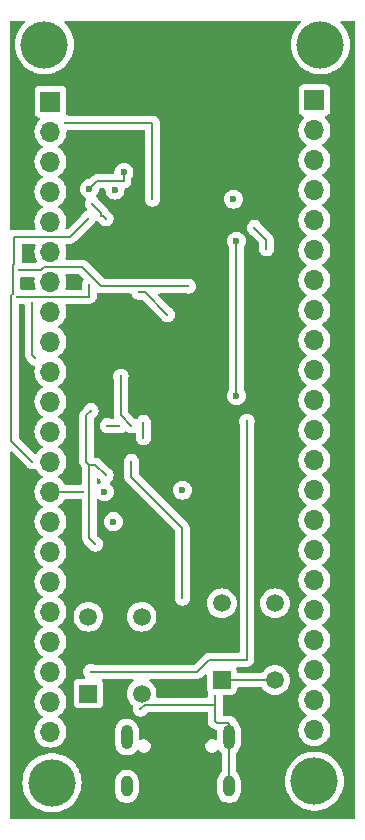
<source format=gbr>
%TF.GenerationSoftware,KiCad,Pcbnew,8.0.3*%
%TF.CreationDate,2024-07-05T15:20:34+05:30*%
%TF.ProjectId,multilayer1,6d756c74-696c-4617-9965-72312e6b6963,rev?*%
%TF.SameCoordinates,Original*%
%TF.FileFunction,Copper,L4,Bot*%
%TF.FilePolarity,Positive*%
%FSLAX46Y46*%
G04 Gerber Fmt 4.6, Leading zero omitted, Abs format (unit mm)*
G04 Created by KiCad (PCBNEW 8.0.3) date 2024-07-05 15:20:34*
%MOMM*%
%LPD*%
G01*
G04 APERTURE LIST*
%TA.AperFunction,ComponentPad*%
%ADD10R,1.508000X1.508000*%
%TD*%
%TA.AperFunction,ComponentPad*%
%ADD11C,1.508000*%
%TD*%
%TA.AperFunction,ComponentPad*%
%ADD12O,1.000000X2.100000*%
%TD*%
%TA.AperFunction,ComponentPad*%
%ADD13O,1.000000X1.800000*%
%TD*%
%TA.AperFunction,ComponentPad*%
%ADD14R,1.700000X1.700000*%
%TD*%
%TA.AperFunction,ComponentPad*%
%ADD15O,1.700000X1.700000*%
%TD*%
%TA.AperFunction,ViaPad*%
%ADD16C,4.000000*%
%TD*%
%TA.AperFunction,ViaPad*%
%ADD17C,0.300000*%
%TD*%
%TA.AperFunction,ViaPad*%
%ADD18C,0.600000*%
%TD*%
%TA.AperFunction,Conductor*%
%ADD19C,0.200000*%
%TD*%
G04 APERTURE END LIST*
D10*
%TO.P,reset1,1*%
%TO.N,/GPIO12*%
X156754000Y-127329000D03*
D11*
%TO.P,reset1,2*%
X156754000Y-120829000D03*
%TO.P,reset1,3*%
X161254000Y-127329000D03*
%TO.P,reset1,4*%
X161254000Y-120829000D03*
%TD*%
D12*
%TO.P,J2,S1,SHIELD*%
%TO.N,/GPIO12*%
X160018000Y-131007000D03*
D13*
X160018000Y-135187000D03*
D12*
X168658000Y-131007000D03*
D13*
X168658000Y-135187000D03*
%TD*%
D10*
%TO.P,boot1,1*%
%TO.N,/GPIO12*%
X168057000Y-126186000D03*
D11*
%TO.P,boot1,2*%
%TO.N,/GPIO0*%
X168057000Y-119686000D03*
%TO.P,boot1,3*%
%TO.N,/GPIO12*%
X172557000Y-126186000D03*
%TO.P,boot1,4*%
%TO.N,/GPIO0*%
X172557000Y-119686000D03*
%TD*%
D14*
%TO.P,J1,1,Pin_1*%
%TO.N,/GPIO12*%
X153543000Y-77216000D03*
D15*
%TO.P,J1,2,Pin_2*%
%TO.N,/GPIO0*%
X153543000Y-79756000D03*
%TO.P,J1,3,Pin_3*%
%TO.N,/GPIO1*%
X153543000Y-82296000D03*
%TO.P,J1,4,Pin_4*%
%TO.N,/GPIO2*%
X153543000Y-84836000D03*
%TO.P,J1,5,Pin_5*%
%TO.N,/GPIO3*%
X153543000Y-87376000D03*
%TO.P,J1,6,Pin_6*%
%TO.N,/GPIO4*%
X153543000Y-89916000D03*
%TO.P,J1,7,Pin_7*%
%TO.N,/GPIO12*%
X153543000Y-92456000D03*
%TO.P,J1,8,Pin_8*%
%TO.N,/GPIO6*%
X153543000Y-94996000D03*
%TO.P,J1,9,Pin_9*%
%TO.N,/GPIO7*%
X153543000Y-97536000D03*
%TO.P,J1,10,Pin_10*%
%TO.N,/GPIO8*%
X153543000Y-100076000D03*
%TO.P,J1,11,Pin_11*%
%TO.N,/GPIO9*%
X153543000Y-102616000D03*
%TO.P,J1,12,Pin_12*%
%TO.N,/GPIO10*%
X153543000Y-105156000D03*
%TO.P,J1,13,Pin_13*%
%TO.N,/GPIO11*%
X153543000Y-107696000D03*
%TO.P,J1,14,Pin_14*%
%TO.N,/GPIO12*%
X153543000Y-110236000D03*
%TO.P,J1,15,Pin_15*%
%TO.N,/GPIO13*%
X153543000Y-112776000D03*
%TO.P,J1,16,Pin_16*%
%TO.N,/GPIO14*%
X153543000Y-115316000D03*
%TO.P,J1,17,Pin_17*%
%TO.N,/GPIO15*%
X153543000Y-117856000D03*
%TO.P,J1,18,Pin_18*%
%TO.N,/GPIO16*%
X153543000Y-120396000D03*
%TO.P,J1,19,Pin_19*%
%TO.N,/I2C_SCL*%
X153543000Y-122936000D03*
%TO.P,J1,20,Pin_20*%
%TO.N,/I2C_SDA*%
X153543000Y-125476000D03*
%TO.P,J1,21,Pin_21*%
%TO.N,/5VUSB*%
X153543000Y-128016000D03*
%TO.P,J1,22,Pin_22*%
%TO.N,/GPIO12*%
X153543000Y-130556000D03*
%TD*%
D14*
%TO.P,J3,1,Pin_1*%
%TO.N,/GPIO12*%
X175895000Y-77089000D03*
D15*
%TO.P,J3,2,Pin_2*%
X175895000Y-79629000D03*
%TO.P,J3,3,Pin_3*%
%TO.N,/GPIO46*%
X175895000Y-82169000D03*
%TO.P,J3,4,Pin_4*%
%TO.N,/GPIO45*%
X175895000Y-84709000D03*
%TO.P,J3,5,Pin_5*%
%TO.N,/RXD*%
X175895000Y-87249000D03*
%TO.P,J3,6,Pin_6*%
%TO.N,/TXD*%
X175895000Y-89789000D03*
%TO.P,J3,7,Pin_7*%
%TO.N,/GPIO42*%
X175895000Y-92329000D03*
%TO.P,J3,8,Pin_8*%
%TO.N,/GPIO41*%
X175895000Y-94869000D03*
%TO.P,J3,9,Pin_9*%
%TO.N,/GPIO40*%
X175895000Y-97409000D03*
%TO.P,J3,10,Pin_10*%
%TO.N,/GPIO39*%
X175895000Y-99949000D03*
%TO.P,J3,11,Pin_11*%
%TO.N,/GPIO38*%
X175895000Y-102489000D03*
%TO.P,J3,12,Pin_12*%
%TO.N,/GPIO12*%
X175895000Y-105029000D03*
%TO.P,J3,13,Pin_13*%
%TO.N,/GPIO36*%
X175895000Y-107569000D03*
%TO.P,J3,14,Pin_14*%
%TO.N,/GPIO35*%
X175895000Y-110109000D03*
%TO.P,J3,15,Pin_15*%
%TO.N,/GPIO34*%
X175895000Y-112649000D03*
%TO.P,J3,16,Pin_16*%
%TO.N,/GPIO33*%
X175895000Y-115189000D03*
%TO.P,J3,17,Pin_17*%
%TO.N,/GPIO26*%
X175895000Y-117729000D03*
%TO.P,J3,18,Pin_18*%
%TO.N,/GPIO12*%
X175895000Y-120269000D03*
%TO.P,J3,19,Pin_19*%
X175895000Y-122809000D03*
%TO.P,J3,20,Pin_20*%
X175895000Y-125349000D03*
%TO.P,J3,21,Pin_21*%
%TO.N,/GPIO48*%
X175895000Y-127889000D03*
%TO.P,J3,22,Pin_22*%
%TO.N,/GPIO47*%
X175895000Y-130429000D03*
%TD*%
D16*
%TO.N,*%
X175895000Y-134747000D03*
X176403000Y-72390000D03*
X153670000Y-134874000D03*
X153035000Y-72390000D03*
D17*
%TO.N,/5VUSB*%
X165227000Y-92837000D03*
X150876000Y-91440000D03*
%TO.N,/I2C_SCL*%
X150749000Y-93726000D03*
X156845000Y-92710000D03*
X161036000Y-93345000D03*
X163449000Y-95250000D03*
D18*
%TO.N,/GPIO13*%
X158877000Y-112776000D03*
D17*
%TO.N,/I2C_SDA*%
X156972000Y-125476000D03*
X170180000Y-104267000D03*
%TO.N,/GPIO11*%
X152019000Y-107696000D03*
X156718000Y-87122000D03*
D18*
%TO.N,/GPIO9*%
X159004000Y-84709000D03*
%TO.N,/GPIO10*%
X159766000Y-83185000D03*
X156845000Y-84582000D03*
%TO.N,Net-(J2-CC2)*%
X164719000Y-110109000D03*
D17*
%TO.N,Net-(J2-VBUS-PadA4)*%
X158369000Y-104648000D03*
X159385000Y-104648000D03*
D18*
%TO.N,/GPIO33*%
X169037000Y-85471000D03*
D17*
%TO.N,/GPIO12*%
X158242000Y-87122000D03*
X157353000Y-114681000D03*
D18*
X169291000Y-102108000D03*
D17*
X154813000Y-78994000D03*
X170815000Y-87884000D03*
X159512000Y-100457000D03*
X160401000Y-107696000D03*
X160401000Y-104648000D03*
X152273000Y-98933000D03*
X156972000Y-103378000D03*
X167513000Y-129667000D03*
X162179000Y-85471000D03*
X158242000Y-108839000D03*
D18*
X169291000Y-89027000D03*
D17*
X171831000Y-89662000D03*
X161417000Y-104394000D03*
X167513000Y-127508000D03*
D18*
X158115000Y-110236000D03*
D17*
X161163000Y-128651000D03*
X164719000Y-119253000D03*
X156337000Y-110236000D03*
X161417000Y-105664000D03*
X167513000Y-128270000D03*
X152019000Y-94234000D03*
X157099000Y-85852000D03*
%TD*%
D19*
%TO.N,/5VUSB*%
X152781000Y-91440000D02*
X150876000Y-91440000D01*
X157861000Y-92837000D02*
X156210000Y-91186000D01*
X165227000Y-92837000D02*
X157861000Y-92837000D01*
X153035000Y-91186000D02*
X152781000Y-91440000D01*
X156210000Y-91186000D02*
X153035000Y-91186000D01*
%TO.N,/I2C_SCL*%
X150749000Y-93726000D02*
X156845000Y-93726000D01*
X161544000Y-93345000D02*
X161036000Y-93345000D01*
X156845000Y-93726000D02*
X156845000Y-92710000D01*
X163449000Y-95250000D02*
X161544000Y-93345000D01*
%TO.N,/I2C_SDA*%
X167005000Y-124460000D02*
X165989000Y-125476000D01*
X170180000Y-124460000D02*
X167005000Y-124460000D01*
X170180000Y-104267000D02*
X170180000Y-124460000D01*
X165989000Y-125476000D02*
X156972000Y-125476000D01*
%TO.N,/GPIO11*%
X150368000Y-91059000D02*
X150495000Y-90932000D01*
X150241000Y-93599000D02*
X150368000Y-93472000D01*
X152019000Y-107696000D02*
X150241000Y-105918000D01*
X150495000Y-88646000D02*
X155194000Y-88646000D01*
X150241000Y-105918000D02*
X150241000Y-93599000D01*
X150368000Y-93472000D02*
X150368000Y-91059000D01*
X150495000Y-90932000D02*
X150495000Y-88646000D01*
X155194000Y-88646000D02*
X156718000Y-87122000D01*
%TO.N,/GPIO10*%
X159766000Y-83947000D02*
X157480000Y-83947000D01*
X157480000Y-83947000D02*
X156845000Y-84582000D01*
X159766000Y-83185000D02*
X159766000Y-83947000D01*
%TO.N,Net-(J2-VBUS-PadA4)*%
X158361000Y-104656000D02*
X158369000Y-104648000D01*
X158369000Y-104648000D02*
X159385000Y-104648000D01*
%TO.N,/GPIO12*%
X168658000Y-131007000D02*
X168658000Y-135187000D01*
X171831000Y-88900000D02*
X171831000Y-89662000D01*
X157353000Y-107950000D02*
X158242000Y-108839000D01*
X160401000Y-108966000D02*
X164719000Y-113284000D01*
X167640000Y-129794000D02*
X167513000Y-129667000D01*
X152273000Y-98933000D02*
X152019000Y-98679000D01*
X168658000Y-131007000D02*
X168658000Y-129796000D01*
X156972000Y-103378000D02*
X156591000Y-103759000D01*
X156845000Y-107950000D02*
X157353000Y-107950000D01*
X156591000Y-107696000D02*
X156845000Y-107950000D01*
X168656000Y-129794000D02*
X167640000Y-129794000D01*
X160401000Y-104648000D02*
X159512000Y-103759000D01*
X157988000Y-86868000D02*
X158242000Y-87122000D01*
X161417000Y-105664000D02*
X161417000Y-104394000D01*
X164719000Y-113284000D02*
X164719000Y-119253000D01*
X167513000Y-127508000D02*
X167513000Y-128270000D01*
X152019000Y-98679000D02*
X152019000Y-94234000D01*
X159512000Y-103759000D02*
X159512000Y-100457000D01*
X162179000Y-85471000D02*
X162179000Y-78994000D01*
X156591000Y-103759000D02*
X156591000Y-107696000D01*
X156845000Y-114173000D02*
X156845000Y-107950000D01*
X169291000Y-89027000D02*
X169291000Y-102108000D01*
X157099000Y-85852000D02*
X157861000Y-86614000D01*
X162179000Y-78994000D02*
X154813000Y-78994000D01*
X170815000Y-87884000D02*
X171831000Y-88900000D01*
X168057000Y-126186000D02*
X172557000Y-126186000D01*
X157861000Y-86614000D02*
X157861000Y-86868000D01*
X168658000Y-129796000D02*
X168656000Y-129794000D01*
X167513000Y-128270000D02*
X161544000Y-128270000D01*
X153543000Y-110236000D02*
X156337000Y-110236000D01*
X161544000Y-128270000D02*
X161163000Y-128651000D01*
X157353000Y-114681000D02*
X156845000Y-114173000D01*
X160401000Y-107696000D02*
X160401000Y-108966000D01*
X157861000Y-86868000D02*
X157988000Y-86868000D01*
X167513000Y-128270000D02*
X167513000Y-129667000D01*
%TD*%
%TA.AperFunction,NonConductor*%
G36*
X152237479Y-89266185D02*
G01*
X152283234Y-89318989D01*
X152293178Y-89388147D01*
X152282823Y-89422900D01*
X152269097Y-89452337D01*
X152269096Y-89452340D01*
X152269094Y-89452344D01*
X152207938Y-89680586D01*
X152207936Y-89680596D01*
X152187341Y-89915999D01*
X152187341Y-89916000D01*
X152207936Y-90151403D01*
X152207938Y-90151413D01*
X152269094Y-90379655D01*
X152269096Y-90379659D01*
X152269097Y-90379663D01*
X152355901Y-90565815D01*
X152368965Y-90593830D01*
X152368967Y-90593834D01*
X152404358Y-90644377D01*
X152426685Y-90710583D01*
X152409675Y-90778350D01*
X152358727Y-90826163D01*
X152302783Y-90839500D01*
X151219500Y-90839500D01*
X151152461Y-90819815D01*
X151106706Y-90767011D01*
X151095500Y-90715500D01*
X151095500Y-89370500D01*
X151115185Y-89303461D01*
X151167989Y-89257706D01*
X151219500Y-89246500D01*
X152170440Y-89246500D01*
X152237479Y-89266185D01*
G37*
%TD.AperFunction*%
%TA.AperFunction,NonConductor*%
G36*
X155976942Y-91806185D02*
G01*
X155997583Y-91822818D01*
X156320532Y-92145768D01*
X156354017Y-92207090D01*
X156349033Y-92276782D01*
X156334901Y-92303888D01*
X156264781Y-92405475D01*
X156264780Y-92405476D01*
X156208762Y-92553181D01*
X156189722Y-92709999D01*
X156189722Y-92710000D01*
X156208762Y-92866817D01*
X156236442Y-92939800D01*
X156244500Y-92983772D01*
X156244500Y-93001500D01*
X156224815Y-93068539D01*
X156172011Y-93114294D01*
X156120500Y-93125500D01*
X154915560Y-93125500D01*
X154848521Y-93105815D01*
X154802766Y-93053011D01*
X154792822Y-92983853D01*
X154803176Y-92949099D01*
X154816903Y-92919663D01*
X154878063Y-92691408D01*
X154898659Y-92456000D01*
X154878063Y-92220592D01*
X154816903Y-91992337D01*
X154803177Y-91962902D01*
X154792686Y-91893829D01*
X154821205Y-91830044D01*
X154879681Y-91791804D01*
X154915560Y-91786500D01*
X155909903Y-91786500D01*
X155976942Y-91806185D01*
G37*
%TD.AperFunction*%
%TA.AperFunction,NonConductor*%
G36*
X152161632Y-92060185D02*
G01*
X152207387Y-92112989D01*
X152217331Y-92182147D01*
X152214367Y-92196595D01*
X152207939Y-92220582D01*
X152207936Y-92220596D01*
X152187341Y-92455999D01*
X152187341Y-92456000D01*
X152207936Y-92691403D01*
X152207938Y-92691413D01*
X152269094Y-92919655D01*
X152269095Y-92919658D01*
X152269097Y-92919663D01*
X152282822Y-92949097D01*
X152293314Y-93018171D01*
X152264795Y-93081956D01*
X152206319Y-93120196D01*
X152170440Y-93125500D01*
X151092500Y-93125500D01*
X151025461Y-93105815D01*
X150979706Y-93053011D01*
X150968500Y-93001500D01*
X150968500Y-92184316D01*
X150988185Y-92117277D01*
X151040989Y-92071522D01*
X151062814Y-92063922D01*
X151108365Y-92052696D01*
X151108369Y-92052693D01*
X151108372Y-92052693D01*
X151115380Y-92050036D01*
X151116072Y-92051861D01*
X151162166Y-92040500D01*
X152094593Y-92040500D01*
X152161632Y-92060185D01*
G37*
%TD.AperFunction*%
%TA.AperFunction,NonConductor*%
G36*
X151339818Y-94346185D02*
G01*
X151385573Y-94398989D01*
X151388721Y-94406528D01*
X151410442Y-94463800D01*
X151418500Y-94507772D01*
X151418500Y-98592330D01*
X151418499Y-98592348D01*
X151418499Y-98758054D01*
X151418498Y-98758054D01*
X151459423Y-98910785D01*
X151472249Y-98933000D01*
X151538477Y-99047712D01*
X151538481Y-99047717D01*
X151652264Y-99161500D01*
X151680524Y-99205208D01*
X151692780Y-99237523D01*
X151782517Y-99367530D01*
X151900760Y-99472283D01*
X151900762Y-99472284D01*
X152040634Y-99545696D01*
X152040633Y-99545696D01*
X152148846Y-99572367D01*
X152209227Y-99607523D01*
X152241016Y-99669742D01*
X152238947Y-99724856D01*
X152207939Y-99840583D01*
X152207936Y-99840596D01*
X152187341Y-100075999D01*
X152187341Y-100076000D01*
X152207936Y-100311403D01*
X152207938Y-100311413D01*
X152269094Y-100539655D01*
X152269096Y-100539659D01*
X152269097Y-100539663D01*
X152358213Y-100730772D01*
X152368965Y-100753830D01*
X152368967Y-100753834D01*
X152504501Y-100947395D01*
X152504506Y-100947402D01*
X152671597Y-101114493D01*
X152671603Y-101114498D01*
X152857158Y-101244425D01*
X152900783Y-101299002D01*
X152907977Y-101368500D01*
X152876454Y-101430855D01*
X152857158Y-101447575D01*
X152671597Y-101577505D01*
X152504505Y-101744597D01*
X152368965Y-101938169D01*
X152368964Y-101938171D01*
X152269098Y-102152335D01*
X152269094Y-102152344D01*
X152207938Y-102380586D01*
X152207936Y-102380596D01*
X152187341Y-102615999D01*
X152187341Y-102616000D01*
X152207936Y-102851403D01*
X152207938Y-102851413D01*
X152269093Y-103079650D01*
X152269095Y-103079655D01*
X152269097Y-103079663D01*
X152281282Y-103105793D01*
X152368965Y-103293830D01*
X152368967Y-103293834D01*
X152477281Y-103448521D01*
X152497289Y-103477096D01*
X152504501Y-103487395D01*
X152504506Y-103487402D01*
X152671597Y-103654493D01*
X152671603Y-103654498D01*
X152857158Y-103784425D01*
X152900783Y-103839002D01*
X152907977Y-103908500D01*
X152876454Y-103970855D01*
X152857158Y-103987575D01*
X152671597Y-104117505D01*
X152504505Y-104284597D01*
X152368965Y-104478169D01*
X152368964Y-104478171D01*
X152269098Y-104692335D01*
X152269094Y-104692344D01*
X152207938Y-104920586D01*
X152207936Y-104920596D01*
X152187341Y-105155999D01*
X152187341Y-105156000D01*
X152207936Y-105391403D01*
X152207938Y-105391413D01*
X152269094Y-105619655D01*
X152269096Y-105619659D01*
X152269097Y-105619663D01*
X152309744Y-105706830D01*
X152368965Y-105833830D01*
X152368967Y-105833834D01*
X152504501Y-106027395D01*
X152504506Y-106027402D01*
X152671597Y-106194493D01*
X152671603Y-106194498D01*
X152857158Y-106324425D01*
X152900783Y-106379002D01*
X152907977Y-106448500D01*
X152876454Y-106510855D01*
X152857158Y-106527575D01*
X152671597Y-106657505D01*
X152504508Y-106824594D01*
X152380189Y-107002140D01*
X152325612Y-107045765D01*
X152256113Y-107052957D01*
X152193759Y-107021435D01*
X152190933Y-107018697D01*
X150877819Y-105705583D01*
X150844334Y-105644260D01*
X150841500Y-105617902D01*
X150841500Y-94470316D01*
X150861185Y-94403277D01*
X150913989Y-94357522D01*
X150935814Y-94349922D01*
X150981365Y-94338696D01*
X150981369Y-94338693D01*
X150981372Y-94338693D01*
X150988380Y-94336036D01*
X150989072Y-94337861D01*
X151035166Y-94326500D01*
X151272779Y-94326500D01*
X151339818Y-94346185D01*
G37*
%TD.AperFunction*%
%TA.AperFunction,NonConductor*%
G36*
X157650703Y-109134404D02*
G01*
X157671548Y-109157675D01*
X157699038Y-109197501D01*
X157751516Y-109273529D01*
X157789950Y-109307578D01*
X157827077Y-109366768D01*
X157826309Y-109436633D01*
X157787892Y-109494993D01*
X157771023Y-109505947D01*
X157771374Y-109506506D01*
X157635472Y-109591899D01*
X157568235Y-109610899D01*
X157501400Y-109590531D01*
X157456186Y-109537263D01*
X157445500Y-109486905D01*
X157445500Y-109228117D01*
X157465185Y-109161078D01*
X157517989Y-109115323D01*
X157587147Y-109105379D01*
X157650703Y-109134404D01*
G37*
%TD.AperFunction*%
%TA.AperFunction,NonConductor*%
G36*
X151307918Y-70370185D02*
G01*
X151353673Y-70422989D01*
X151363617Y-70492147D01*
X151334592Y-70555703D01*
X151325763Y-70564892D01*
X151208608Y-70674907D01*
X151208606Y-70674909D01*
X151008054Y-70917334D01*
X151008051Y-70917338D01*
X150839464Y-71182990D01*
X150839461Y-71182996D01*
X150705499Y-71467678D01*
X150705497Y-71467683D01*
X150608270Y-71766916D01*
X150549311Y-72075988D01*
X150549310Y-72075995D01*
X150529556Y-72389994D01*
X150529556Y-72390005D01*
X150549310Y-72704004D01*
X150549311Y-72704011D01*
X150608270Y-73013083D01*
X150705497Y-73312316D01*
X150705499Y-73312321D01*
X150839461Y-73597003D01*
X150839464Y-73597009D01*
X151008051Y-73862661D01*
X151008054Y-73862665D01*
X151208606Y-74105090D01*
X151208608Y-74105092D01*
X151437968Y-74320476D01*
X151437978Y-74320484D01*
X151692504Y-74505408D01*
X151692509Y-74505410D01*
X151692516Y-74505416D01*
X151968234Y-74656994D01*
X151968239Y-74656996D01*
X151968241Y-74656997D01*
X151968242Y-74656998D01*
X152260771Y-74772818D01*
X152260774Y-74772819D01*
X152565523Y-74851065D01*
X152565527Y-74851066D01*
X152631010Y-74859338D01*
X152877670Y-74890499D01*
X152877679Y-74890499D01*
X152877682Y-74890500D01*
X152877684Y-74890500D01*
X153192316Y-74890500D01*
X153192318Y-74890500D01*
X153192321Y-74890499D01*
X153192329Y-74890499D01*
X153378593Y-74866968D01*
X153504473Y-74851066D01*
X153809225Y-74772819D01*
X153809228Y-74772818D01*
X154101757Y-74656998D01*
X154101758Y-74656997D01*
X154101756Y-74656997D01*
X154101766Y-74656994D01*
X154377484Y-74505416D01*
X154632030Y-74320478D01*
X154861390Y-74105094D01*
X155061947Y-73862663D01*
X155230537Y-73597007D01*
X155364503Y-73312315D01*
X155461731Y-73013079D01*
X155520688Y-72704015D01*
X155540444Y-72390000D01*
X155520688Y-72075985D01*
X155461731Y-71766921D01*
X155364503Y-71467685D01*
X155230537Y-71182993D01*
X155061947Y-70917337D01*
X155061945Y-70917334D01*
X154861393Y-70674909D01*
X154861391Y-70674907D01*
X154744237Y-70564892D01*
X154708842Y-70504651D01*
X154711635Y-70434837D01*
X154751729Y-70377616D01*
X154816394Y-70351155D01*
X154829121Y-70350500D01*
X174608879Y-70350500D01*
X174675918Y-70370185D01*
X174721673Y-70422989D01*
X174731617Y-70492147D01*
X174702592Y-70555703D01*
X174693763Y-70564892D01*
X174576608Y-70674907D01*
X174576606Y-70674909D01*
X174376054Y-70917334D01*
X174376051Y-70917338D01*
X174207464Y-71182990D01*
X174207461Y-71182996D01*
X174073499Y-71467678D01*
X174073497Y-71467683D01*
X173976270Y-71766916D01*
X173917311Y-72075988D01*
X173917310Y-72075995D01*
X173897556Y-72389994D01*
X173897556Y-72390005D01*
X173917310Y-72704004D01*
X173917311Y-72704011D01*
X173976270Y-73013083D01*
X174073497Y-73312316D01*
X174073499Y-73312321D01*
X174207461Y-73597003D01*
X174207464Y-73597009D01*
X174376051Y-73862661D01*
X174376054Y-73862665D01*
X174576606Y-74105090D01*
X174576608Y-74105092D01*
X174805968Y-74320476D01*
X174805978Y-74320484D01*
X175060504Y-74505408D01*
X175060509Y-74505410D01*
X175060516Y-74505416D01*
X175336234Y-74656994D01*
X175336239Y-74656996D01*
X175336241Y-74656997D01*
X175336242Y-74656998D01*
X175628771Y-74772818D01*
X175628774Y-74772819D01*
X175933523Y-74851065D01*
X175933527Y-74851066D01*
X175999010Y-74859338D01*
X176245670Y-74890499D01*
X176245679Y-74890499D01*
X176245682Y-74890500D01*
X176245684Y-74890500D01*
X176560316Y-74890500D01*
X176560318Y-74890500D01*
X176560321Y-74890499D01*
X176560329Y-74890499D01*
X176746593Y-74866968D01*
X176872473Y-74851066D01*
X177177225Y-74772819D01*
X177177228Y-74772818D01*
X177469757Y-74656998D01*
X177469758Y-74656997D01*
X177469756Y-74656997D01*
X177469766Y-74656994D01*
X177745484Y-74505416D01*
X178000030Y-74320478D01*
X178229390Y-74105094D01*
X178429947Y-73862663D01*
X178598537Y-73597007D01*
X178732503Y-73312315D01*
X178829731Y-73013079D01*
X178888688Y-72704015D01*
X178908444Y-72390000D01*
X178888688Y-72075985D01*
X178829731Y-71766921D01*
X178732503Y-71467685D01*
X178598537Y-71182993D01*
X178429947Y-70917337D01*
X178429945Y-70917334D01*
X178229393Y-70674909D01*
X178229391Y-70674907D01*
X178112237Y-70564892D01*
X178076842Y-70504651D01*
X178079635Y-70434837D01*
X178119729Y-70377616D01*
X178184394Y-70351155D01*
X178197121Y-70350500D01*
X179207500Y-70350500D01*
X179274539Y-70370185D01*
X179320294Y-70422989D01*
X179331500Y-70474500D01*
X179331500Y-137805500D01*
X179311815Y-137872539D01*
X179259011Y-137918294D01*
X179207500Y-137929500D01*
X150230500Y-137929500D01*
X150163461Y-137909815D01*
X150117706Y-137857011D01*
X150106500Y-137805500D01*
X150106500Y-134873994D01*
X151164556Y-134873994D01*
X151164556Y-134874005D01*
X151184310Y-135188004D01*
X151184311Y-135188011D01*
X151184312Y-135188015D01*
X151219042Y-135370079D01*
X151243270Y-135497083D01*
X151340497Y-135796316D01*
X151340499Y-135796321D01*
X151474461Y-136081003D01*
X151474464Y-136081009D01*
X151643051Y-136346661D01*
X151643054Y-136346665D01*
X151843606Y-136589090D01*
X151843608Y-136589092D01*
X152072968Y-136804476D01*
X152072978Y-136804484D01*
X152327504Y-136989408D01*
X152327509Y-136989410D01*
X152327516Y-136989416D01*
X152603234Y-137140994D01*
X152603239Y-137140996D01*
X152603241Y-137140997D01*
X152603242Y-137140998D01*
X152895771Y-137256818D01*
X152895774Y-137256819D01*
X153200523Y-137335065D01*
X153200527Y-137335066D01*
X153266010Y-137343338D01*
X153512670Y-137374499D01*
X153512679Y-137374499D01*
X153512682Y-137374500D01*
X153512684Y-137374500D01*
X153827316Y-137374500D01*
X153827318Y-137374500D01*
X153827321Y-137374499D01*
X153827329Y-137374499D01*
X154013593Y-137350968D01*
X154139473Y-137335066D01*
X154444225Y-137256819D01*
X154444228Y-137256818D01*
X154736757Y-137140998D01*
X154736758Y-137140997D01*
X154736756Y-137140997D01*
X154736766Y-137140994D01*
X155012484Y-136989416D01*
X155267030Y-136804478D01*
X155496390Y-136589094D01*
X155696947Y-136346663D01*
X155865537Y-136081007D01*
X155999503Y-135796315D01*
X156035495Y-135685543D01*
X159017499Y-135685543D01*
X159055947Y-135878829D01*
X159055950Y-135878839D01*
X159131364Y-136060907D01*
X159131371Y-136060920D01*
X159240860Y-136224781D01*
X159240863Y-136224785D01*
X159380214Y-136364136D01*
X159380218Y-136364139D01*
X159544079Y-136473628D01*
X159544092Y-136473635D01*
X159726160Y-136549049D01*
X159726165Y-136549051D01*
X159726169Y-136549051D01*
X159726170Y-136549052D01*
X159919456Y-136587500D01*
X159919459Y-136587500D01*
X160116543Y-136587500D01*
X160246582Y-136561632D01*
X160309835Y-136549051D01*
X160491914Y-136473632D01*
X160655782Y-136364139D01*
X160795139Y-136224782D01*
X160904632Y-136060914D01*
X160980051Y-135878835D01*
X161018500Y-135685541D01*
X161018500Y-134688459D01*
X161018500Y-134688456D01*
X160980052Y-134495170D01*
X160980051Y-134495169D01*
X160980051Y-134495165D01*
X160954297Y-134432988D01*
X160904635Y-134313092D01*
X160904628Y-134313079D01*
X160795139Y-134149218D01*
X160795136Y-134149214D01*
X160655785Y-134009863D01*
X160655781Y-134009860D01*
X160491920Y-133900371D01*
X160491907Y-133900364D01*
X160309839Y-133824950D01*
X160309829Y-133824947D01*
X160116543Y-133786500D01*
X160116541Y-133786500D01*
X159919459Y-133786500D01*
X159919457Y-133786500D01*
X159726170Y-133824947D01*
X159726160Y-133824950D01*
X159544092Y-133900364D01*
X159544079Y-133900371D01*
X159380218Y-134009860D01*
X159380214Y-134009863D01*
X159240863Y-134149214D01*
X159240860Y-134149218D01*
X159131371Y-134313079D01*
X159131364Y-134313092D01*
X159055950Y-134495160D01*
X159055947Y-134495170D01*
X159017500Y-134688456D01*
X159017500Y-134688459D01*
X159017500Y-135685541D01*
X159017500Y-135685543D01*
X159017499Y-135685543D01*
X156035495Y-135685543D01*
X156096731Y-135497079D01*
X156155688Y-135188015D01*
X156163678Y-135061015D01*
X156175444Y-134874005D01*
X156175444Y-134873994D01*
X156155689Y-134559995D01*
X156155688Y-134559988D01*
X156155688Y-134559985D01*
X156096731Y-134250921D01*
X155999503Y-133951685D01*
X155985165Y-133921216D01*
X155939866Y-133824950D01*
X155865537Y-133666993D01*
X155830414Y-133611648D01*
X155696948Y-133401338D01*
X155696945Y-133401334D01*
X155496393Y-133158909D01*
X155496391Y-133158907D01*
X155267031Y-132943523D01*
X155267021Y-132943515D01*
X155012495Y-132758591D01*
X155012488Y-132758586D01*
X155012484Y-132758584D01*
X154736766Y-132607006D01*
X154736763Y-132607004D01*
X154736758Y-132607002D01*
X154736757Y-132607001D01*
X154444228Y-132491181D01*
X154444225Y-132491180D01*
X154139476Y-132412934D01*
X154139463Y-132412932D01*
X153827329Y-132373500D01*
X153827318Y-132373500D01*
X153512682Y-132373500D01*
X153512670Y-132373500D01*
X153200536Y-132412932D01*
X153200523Y-132412934D01*
X152895774Y-132491180D01*
X152895771Y-132491181D01*
X152603242Y-132607001D01*
X152603241Y-132607002D01*
X152327516Y-132758584D01*
X152327504Y-132758591D01*
X152072978Y-132943515D01*
X152072968Y-132943523D01*
X151843608Y-133158907D01*
X151843606Y-133158909D01*
X151643054Y-133401334D01*
X151643051Y-133401338D01*
X151474464Y-133666990D01*
X151474461Y-133666996D01*
X151340499Y-133951678D01*
X151340497Y-133951683D01*
X151243270Y-134250916D01*
X151184311Y-134559988D01*
X151184310Y-134559995D01*
X151164556Y-134873994D01*
X150106500Y-134873994D01*
X150106500Y-106932097D01*
X150126185Y-106865058D01*
X150178989Y-106819303D01*
X150248147Y-106809359D01*
X150311703Y-106838384D01*
X150318178Y-106844413D01*
X150864187Y-107390423D01*
X151398263Y-107924499D01*
X151426523Y-107968207D01*
X151427117Y-107969772D01*
X151438780Y-108000523D01*
X151528517Y-108130530D01*
X151646760Y-108235283D01*
X151646762Y-108235284D01*
X151786634Y-108308696D01*
X151940014Y-108346500D01*
X151940015Y-108346500D01*
X152097985Y-108346500D01*
X152230924Y-108313734D01*
X152300724Y-108316803D01*
X152357786Y-108357123D01*
X152367985Y-108372132D01*
X152368962Y-108373823D01*
X152368965Y-108373830D01*
X152481451Y-108534477D01*
X152504501Y-108567395D01*
X152504506Y-108567402D01*
X152671597Y-108734493D01*
X152671603Y-108734498D01*
X152857158Y-108864425D01*
X152900783Y-108919002D01*
X152907977Y-108988500D01*
X152876454Y-109050855D01*
X152857158Y-109067575D01*
X152671597Y-109197505D01*
X152504505Y-109364597D01*
X152368965Y-109558169D01*
X152368964Y-109558171D01*
X152269098Y-109772335D01*
X152269094Y-109772344D01*
X152207938Y-110000586D01*
X152207936Y-110000596D01*
X152187341Y-110235999D01*
X152187341Y-110236000D01*
X152207936Y-110471403D01*
X152207938Y-110471413D01*
X152269094Y-110699655D01*
X152269096Y-110699659D01*
X152269097Y-110699663D01*
X152341839Y-110855658D01*
X152368965Y-110913830D01*
X152368967Y-110913834D01*
X152504501Y-111107395D01*
X152504506Y-111107402D01*
X152671597Y-111274493D01*
X152671603Y-111274498D01*
X152857158Y-111404425D01*
X152900783Y-111459002D01*
X152907977Y-111528500D01*
X152876454Y-111590855D01*
X152857158Y-111607575D01*
X152671597Y-111737505D01*
X152504505Y-111904597D01*
X152368965Y-112098169D01*
X152368964Y-112098171D01*
X152269098Y-112312335D01*
X152269094Y-112312344D01*
X152207938Y-112540586D01*
X152207936Y-112540596D01*
X152187341Y-112775999D01*
X152187341Y-112776000D01*
X152207936Y-113011403D01*
X152207938Y-113011413D01*
X152269094Y-113239655D01*
X152269096Y-113239659D01*
X152269097Y-113239663D01*
X152287096Y-113278262D01*
X152368965Y-113453830D01*
X152368967Y-113453834D01*
X152504501Y-113647395D01*
X152504506Y-113647402D01*
X152671597Y-113814493D01*
X152671603Y-113814498D01*
X152857158Y-113944425D01*
X152900783Y-113999002D01*
X152907977Y-114068500D01*
X152876454Y-114130855D01*
X152857158Y-114147575D01*
X152671597Y-114277505D01*
X152504505Y-114444597D01*
X152368965Y-114638169D01*
X152368964Y-114638171D01*
X152269098Y-114852335D01*
X152269094Y-114852344D01*
X152207938Y-115080586D01*
X152207936Y-115080596D01*
X152187341Y-115315999D01*
X152187341Y-115316000D01*
X152207936Y-115551403D01*
X152207938Y-115551413D01*
X152269094Y-115779655D01*
X152269096Y-115779659D01*
X152269097Y-115779663D01*
X152309744Y-115866830D01*
X152368965Y-115993830D01*
X152368967Y-115993834D01*
X152504501Y-116187395D01*
X152504506Y-116187402D01*
X152671597Y-116354493D01*
X152671603Y-116354498D01*
X152857158Y-116484425D01*
X152900783Y-116539002D01*
X152907977Y-116608500D01*
X152876454Y-116670855D01*
X152857158Y-116687575D01*
X152671597Y-116817505D01*
X152504505Y-116984597D01*
X152368965Y-117178169D01*
X152368964Y-117178171D01*
X152269098Y-117392335D01*
X152269094Y-117392344D01*
X152207938Y-117620586D01*
X152207936Y-117620596D01*
X152187341Y-117855999D01*
X152187341Y-117856000D01*
X152207936Y-118091403D01*
X152207938Y-118091413D01*
X152269094Y-118319655D01*
X152269096Y-118319659D01*
X152269097Y-118319663D01*
X152309744Y-118406830D01*
X152368965Y-118533830D01*
X152368967Y-118533834D01*
X152415579Y-118600402D01*
X152500248Y-118721322D01*
X152504501Y-118727395D01*
X152504506Y-118727402D01*
X152671597Y-118894493D01*
X152671603Y-118894498D01*
X152857158Y-119024425D01*
X152900783Y-119079002D01*
X152907977Y-119148500D01*
X152876454Y-119210855D01*
X152857158Y-119227575D01*
X152671597Y-119357505D01*
X152504505Y-119524597D01*
X152368965Y-119718169D01*
X152368964Y-119718171D01*
X152269098Y-119932335D01*
X152269094Y-119932344D01*
X152207938Y-120160586D01*
X152207936Y-120160596D01*
X152187341Y-120395999D01*
X152187341Y-120396000D01*
X152207936Y-120631403D01*
X152207938Y-120631413D01*
X152269094Y-120859655D01*
X152269096Y-120859659D01*
X152269097Y-120859663D01*
X152300106Y-120926161D01*
X152368965Y-121073830D01*
X152368967Y-121073834D01*
X152504501Y-121267395D01*
X152504506Y-121267402D01*
X152671597Y-121434493D01*
X152671603Y-121434498D01*
X152857158Y-121564425D01*
X152900783Y-121619002D01*
X152907977Y-121688500D01*
X152876454Y-121750855D01*
X152857158Y-121767575D01*
X152671597Y-121897505D01*
X152504505Y-122064597D01*
X152368965Y-122258169D01*
X152368964Y-122258171D01*
X152269098Y-122472335D01*
X152269094Y-122472344D01*
X152207938Y-122700586D01*
X152207936Y-122700596D01*
X152187341Y-122935999D01*
X152187341Y-122936000D01*
X152207936Y-123171403D01*
X152207938Y-123171413D01*
X152269094Y-123399655D01*
X152269096Y-123399659D01*
X152269097Y-123399663D01*
X152309744Y-123486830D01*
X152368965Y-123613830D01*
X152368967Y-123613834D01*
X152504501Y-123807395D01*
X152504506Y-123807402D01*
X152671597Y-123974493D01*
X152671603Y-123974498D01*
X152857158Y-124104425D01*
X152900783Y-124159002D01*
X152907977Y-124228500D01*
X152876454Y-124290855D01*
X152857158Y-124307575D01*
X152671597Y-124437505D01*
X152504505Y-124604597D01*
X152368965Y-124798169D01*
X152368964Y-124798171D01*
X152269098Y-125012335D01*
X152269094Y-125012344D01*
X152207938Y-125240586D01*
X152207936Y-125240596D01*
X152187341Y-125475999D01*
X152187341Y-125476000D01*
X152207936Y-125711403D01*
X152207938Y-125711413D01*
X152269094Y-125939655D01*
X152269096Y-125939659D01*
X152269097Y-125939663D01*
X152332906Y-126076501D01*
X152368965Y-126153830D01*
X152368967Y-126153834D01*
X152504501Y-126347395D01*
X152504506Y-126347402D01*
X152671597Y-126514493D01*
X152671603Y-126514498D01*
X152857158Y-126644425D01*
X152900783Y-126699002D01*
X152907977Y-126768500D01*
X152876454Y-126830855D01*
X152857158Y-126847575D01*
X152671597Y-126977505D01*
X152504505Y-127144597D01*
X152368965Y-127338169D01*
X152368964Y-127338171D01*
X152269098Y-127552335D01*
X152269094Y-127552344D01*
X152207938Y-127780586D01*
X152207936Y-127780596D01*
X152187341Y-128015999D01*
X152187341Y-128016000D01*
X152207936Y-128251403D01*
X152207938Y-128251413D01*
X152269094Y-128479655D01*
X152269096Y-128479659D01*
X152269097Y-128479663D01*
X152291076Y-128526796D01*
X152368965Y-128693830D01*
X152368967Y-128693834D01*
X152504501Y-128887395D01*
X152504506Y-128887402D01*
X152671597Y-129054493D01*
X152671603Y-129054498D01*
X152857158Y-129184425D01*
X152900783Y-129239002D01*
X152907977Y-129308500D01*
X152876454Y-129370855D01*
X152857158Y-129387575D01*
X152671597Y-129517505D01*
X152504505Y-129684597D01*
X152368965Y-129878169D01*
X152368964Y-129878171D01*
X152269098Y-130092335D01*
X152269094Y-130092344D01*
X152207938Y-130320586D01*
X152207936Y-130320596D01*
X152187341Y-130555999D01*
X152187341Y-130556000D01*
X152207936Y-130791403D01*
X152207938Y-130791413D01*
X152269094Y-131019655D01*
X152269096Y-131019659D01*
X152269097Y-131019663D01*
X152347944Y-131188751D01*
X152368965Y-131233830D01*
X152368967Y-131233834D01*
X152415579Y-131300402D01*
X152504505Y-131427401D01*
X152671599Y-131594495D01*
X152768384Y-131662265D01*
X152865165Y-131730032D01*
X152865167Y-131730033D01*
X152865170Y-131730035D01*
X153079337Y-131829903D01*
X153307592Y-131891063D01*
X153495918Y-131907539D01*
X153542999Y-131911659D01*
X153543000Y-131911659D01*
X153543001Y-131911659D01*
X153582234Y-131908226D01*
X153778408Y-131891063D01*
X154006663Y-131829903D01*
X154220830Y-131730035D01*
X154327216Y-131655543D01*
X159017499Y-131655543D01*
X159055947Y-131848829D01*
X159055950Y-131848839D01*
X159131364Y-132030907D01*
X159131371Y-132030920D01*
X159240860Y-132194781D01*
X159240863Y-132194785D01*
X159380214Y-132334136D01*
X159380218Y-132334139D01*
X159544079Y-132443628D01*
X159544092Y-132443635D01*
X159658880Y-132491181D01*
X159726165Y-132519051D01*
X159726169Y-132519051D01*
X159726170Y-132519052D01*
X159919456Y-132557500D01*
X159919459Y-132557500D01*
X160116543Y-132557500D01*
X160246582Y-132531632D01*
X160309835Y-132519051D01*
X160491914Y-132443632D01*
X160655782Y-132334139D01*
X160795139Y-132194782D01*
X160815241Y-132164696D01*
X160868852Y-132119891D01*
X160938177Y-132111182D01*
X161001205Y-132141336D01*
X161006025Y-132145905D01*
X161094635Y-132234515D01*
X161225865Y-132310281D01*
X161372234Y-132349500D01*
X161372236Y-132349500D01*
X161523764Y-132349500D01*
X161523766Y-132349500D01*
X161670135Y-132310281D01*
X161801365Y-132234515D01*
X161908515Y-132127365D01*
X161984281Y-131996135D01*
X162023500Y-131849766D01*
X162023500Y-131698234D01*
X161984281Y-131551865D01*
X161908515Y-131420635D01*
X161801365Y-131313485D01*
X161718087Y-131265404D01*
X161670136Y-131237719D01*
X161565584Y-131209705D01*
X161523766Y-131198500D01*
X161372234Y-131198500D01*
X161225862Y-131237719D01*
X161204499Y-131250054D01*
X161136598Y-131266525D01*
X161070572Y-131243673D01*
X161027382Y-131188751D01*
X161018500Y-131142666D01*
X161018500Y-130358456D01*
X160980052Y-130165170D01*
X160980051Y-130165169D01*
X160980051Y-130165165D01*
X160949884Y-130092335D01*
X160904635Y-129983092D01*
X160904628Y-129983079D01*
X160795139Y-129819218D01*
X160795136Y-129819214D01*
X160655785Y-129679863D01*
X160655781Y-129679860D01*
X160491920Y-129570371D01*
X160491907Y-129570364D01*
X160309839Y-129494950D01*
X160309829Y-129494947D01*
X160116543Y-129456500D01*
X160116541Y-129456500D01*
X159919459Y-129456500D01*
X159919457Y-129456500D01*
X159726170Y-129494947D01*
X159726160Y-129494950D01*
X159544092Y-129570364D01*
X159544079Y-129570371D01*
X159380218Y-129679860D01*
X159380214Y-129679863D01*
X159240863Y-129819214D01*
X159240860Y-129819218D01*
X159131371Y-129983079D01*
X159131364Y-129983092D01*
X159055950Y-130165160D01*
X159055947Y-130165170D01*
X159017500Y-130358456D01*
X159017500Y-130358459D01*
X159017500Y-131655541D01*
X159017500Y-131655543D01*
X159017499Y-131655543D01*
X154327216Y-131655543D01*
X154414401Y-131594495D01*
X154581495Y-131427401D01*
X154717035Y-131233830D01*
X154816903Y-131019663D01*
X154878063Y-130791408D01*
X154898659Y-130556000D01*
X154878063Y-130320592D01*
X154816903Y-130092337D01*
X154717035Y-129878171D01*
X154581495Y-129684599D01*
X154581494Y-129684597D01*
X154414402Y-129517506D01*
X154414396Y-129517501D01*
X154228842Y-129387575D01*
X154185217Y-129332998D01*
X154178023Y-129263500D01*
X154209546Y-129201145D01*
X154228842Y-129184425D01*
X154251026Y-129168891D01*
X154414401Y-129054495D01*
X154581495Y-128887401D01*
X154717035Y-128693830D01*
X154816903Y-128479663D01*
X154878063Y-128251408D01*
X154898659Y-128016000D01*
X154878063Y-127780592D01*
X154816903Y-127552337D01*
X154717035Y-127338171D01*
X154710614Y-127329000D01*
X154581494Y-127144597D01*
X154414402Y-126977506D01*
X154414396Y-126977501D01*
X154228842Y-126847575D01*
X154185217Y-126792998D01*
X154178023Y-126723500D01*
X154209546Y-126661145D01*
X154228842Y-126644425D01*
X154251026Y-126628891D01*
X154396349Y-126527135D01*
X155499500Y-126527135D01*
X155499500Y-128130870D01*
X155499501Y-128130876D01*
X155505908Y-128190483D01*
X155556202Y-128325328D01*
X155556206Y-128325335D01*
X155642452Y-128440544D01*
X155642455Y-128440547D01*
X155757664Y-128526793D01*
X155757671Y-128526797D01*
X155892517Y-128577091D01*
X155892516Y-128577091D01*
X155899444Y-128577835D01*
X155952127Y-128583500D01*
X157555872Y-128583499D01*
X157615483Y-128577091D01*
X157750331Y-128526796D01*
X157865546Y-128440546D01*
X157951796Y-128325331D01*
X158002091Y-128190483D01*
X158008500Y-128130873D01*
X158008499Y-126527128D01*
X158002091Y-126467517D01*
X157978652Y-126404675D01*
X157951797Y-126332671D01*
X157951793Y-126332664D01*
X157908484Y-126274811D01*
X157884066Y-126209347D01*
X157898917Y-126141074D01*
X157948322Y-126091668D01*
X158007750Y-126076500D01*
X160462323Y-126076500D01*
X160529362Y-126096185D01*
X160575117Y-126148989D01*
X160585061Y-126218147D01*
X160556036Y-126281703D01*
X160533446Y-126302075D01*
X160444548Y-126364322D01*
X160444541Y-126364327D01*
X160289327Y-126519541D01*
X160289322Y-126519547D01*
X160163423Y-126699349D01*
X160163419Y-126699357D01*
X160070655Y-126898291D01*
X160013839Y-127110324D01*
X160013838Y-127110331D01*
X159994708Y-127328997D01*
X159994708Y-127329002D01*
X160008388Y-127485374D01*
X160013839Y-127547674D01*
X160070653Y-127759703D01*
X160070654Y-127759706D01*
X160070655Y-127759708D01*
X160163419Y-127958642D01*
X160163423Y-127958650D01*
X160289322Y-128138452D01*
X160289326Y-128138457D01*
X160444543Y-128293674D01*
X160490566Y-128325899D01*
X160534191Y-128380474D01*
X160541385Y-128449973D01*
X160535386Y-128471443D01*
X160526762Y-128494181D01*
X160507722Y-128650999D01*
X160507722Y-128651000D01*
X160526762Y-128807818D01*
X160578026Y-128942989D01*
X160582780Y-128955523D01*
X160672517Y-129085530D01*
X160790760Y-129190283D01*
X160796889Y-129193500D01*
X160930634Y-129263696D01*
X161084014Y-129301500D01*
X161084015Y-129301500D01*
X161241985Y-129301500D01*
X161395365Y-129263696D01*
X161451141Y-129234422D01*
X161535240Y-129190283D01*
X161653483Y-129085530D01*
X161743220Y-128955523D01*
X161745113Y-128950530D01*
X161787290Y-128894828D01*
X161852887Y-128870769D01*
X161861056Y-128870500D01*
X166788500Y-128870500D01*
X166855539Y-128890185D01*
X166901294Y-128942989D01*
X166912500Y-128994500D01*
X166912500Y-129393227D01*
X166904442Y-129437198D01*
X166876763Y-129510181D01*
X166857722Y-129666999D01*
X166857722Y-129667000D01*
X166876762Y-129823818D01*
X166897376Y-129878171D01*
X166932780Y-129971523D01*
X167022517Y-130101530D01*
X167140760Y-130206283D01*
X167140762Y-130206284D01*
X167140766Y-130206287D01*
X167274177Y-130276307D01*
X167278548Y-130278714D01*
X167345728Y-130317500D01*
X167376971Y-130335538D01*
X167408212Y-130353576D01*
X167408214Y-130353576D01*
X167408215Y-130353577D01*
X167560943Y-130394500D01*
X167560946Y-130394500D01*
X167565593Y-130395745D01*
X167625254Y-130432110D01*
X167655783Y-130494956D01*
X167657500Y-130515520D01*
X167657500Y-131142666D01*
X167637815Y-131209705D01*
X167585011Y-131255460D01*
X167515853Y-131265404D01*
X167471501Y-131250054D01*
X167450137Y-131237719D01*
X167345584Y-131209705D01*
X167303766Y-131198500D01*
X167152234Y-131198500D01*
X167005863Y-131237719D01*
X166874635Y-131313485D01*
X166874632Y-131313487D01*
X166767487Y-131420632D01*
X166767485Y-131420635D01*
X166691719Y-131551863D01*
X166652500Y-131698234D01*
X166652500Y-131849765D01*
X166691719Y-131996136D01*
X166711802Y-132030920D01*
X166767485Y-132127365D01*
X166874635Y-132234515D01*
X167005865Y-132310281D01*
X167152234Y-132349500D01*
X167152236Y-132349500D01*
X167303764Y-132349500D01*
X167303766Y-132349500D01*
X167450135Y-132310281D01*
X167581365Y-132234515D01*
X167669977Y-132145902D01*
X167731296Y-132112420D01*
X167800988Y-132117404D01*
X167856922Y-132159275D01*
X167860757Y-132164695D01*
X167880860Y-132194781D01*
X167880863Y-132194785D01*
X168021181Y-132335103D01*
X168054666Y-132396426D01*
X168057500Y-132422784D01*
X168057500Y-133921216D01*
X168037815Y-133988255D01*
X168021181Y-134008897D01*
X167880863Y-134149214D01*
X167880860Y-134149218D01*
X167771371Y-134313079D01*
X167771364Y-134313092D01*
X167695950Y-134495160D01*
X167695947Y-134495170D01*
X167657500Y-134688456D01*
X167657500Y-134688459D01*
X167657500Y-135685541D01*
X167657500Y-135685543D01*
X167657499Y-135685543D01*
X167695947Y-135878829D01*
X167695950Y-135878839D01*
X167771364Y-136060907D01*
X167771371Y-136060920D01*
X167880860Y-136224781D01*
X167880863Y-136224785D01*
X168020214Y-136364136D01*
X168020218Y-136364139D01*
X168184079Y-136473628D01*
X168184092Y-136473635D01*
X168366160Y-136549049D01*
X168366165Y-136549051D01*
X168366169Y-136549051D01*
X168366170Y-136549052D01*
X168559456Y-136587500D01*
X168559459Y-136587500D01*
X168756543Y-136587500D01*
X168886582Y-136561632D01*
X168949835Y-136549051D01*
X169131914Y-136473632D01*
X169295782Y-136364139D01*
X169435139Y-136224782D01*
X169544632Y-136060914D01*
X169620051Y-135878835D01*
X169658500Y-135685541D01*
X169658500Y-134746994D01*
X173389556Y-134746994D01*
X173389556Y-134747005D01*
X173409310Y-135061004D01*
X173409311Y-135061011D01*
X173468270Y-135370083D01*
X173565497Y-135669316D01*
X173565499Y-135669321D01*
X173699461Y-135954003D01*
X173699464Y-135954009D01*
X173868051Y-136219661D01*
X173868054Y-136219665D01*
X174068606Y-136462090D01*
X174068608Y-136462092D01*
X174068610Y-136462094D01*
X174202154Y-136587500D01*
X174297968Y-136677476D01*
X174297978Y-136677484D01*
X174552504Y-136862408D01*
X174552509Y-136862410D01*
X174552516Y-136862416D01*
X174828234Y-137013994D01*
X174828239Y-137013996D01*
X174828241Y-137013997D01*
X174828242Y-137013998D01*
X175120771Y-137129818D01*
X175120774Y-137129819D01*
X175425523Y-137208065D01*
X175425527Y-137208066D01*
X175491010Y-137216338D01*
X175737670Y-137247499D01*
X175737679Y-137247499D01*
X175737682Y-137247500D01*
X175737684Y-137247500D01*
X176052316Y-137247500D01*
X176052318Y-137247500D01*
X176052321Y-137247499D01*
X176052329Y-137247499D01*
X176238593Y-137223968D01*
X176364473Y-137208066D01*
X176669225Y-137129819D01*
X176669228Y-137129818D01*
X176961757Y-137013998D01*
X176961758Y-137013997D01*
X176961756Y-137013997D01*
X176961766Y-137013994D01*
X177237484Y-136862416D01*
X177492030Y-136677478D01*
X177721390Y-136462094D01*
X177921947Y-136219663D01*
X178090537Y-135954007D01*
X178224503Y-135669315D01*
X178321731Y-135370079D01*
X178380688Y-135061015D01*
X178392454Y-134874000D01*
X178400444Y-134747005D01*
X178400444Y-134746994D01*
X178380689Y-134432995D01*
X178380688Y-134432988D01*
X178380688Y-134432985D01*
X178321731Y-134123921D01*
X178224503Y-133824685D01*
X178206534Y-133786500D01*
X178090538Y-133539996D01*
X178090537Y-133539993D01*
X178002544Y-133401338D01*
X177921948Y-133274338D01*
X177921945Y-133274334D01*
X177721393Y-133031909D01*
X177721391Y-133031907D01*
X177492031Y-132816523D01*
X177492021Y-132816515D01*
X177237495Y-132631591D01*
X177237488Y-132631586D01*
X177237484Y-132631584D01*
X176961766Y-132480006D01*
X176961763Y-132480004D01*
X176961758Y-132480002D01*
X176961757Y-132480001D01*
X176669228Y-132364181D01*
X176669225Y-132364180D01*
X176364476Y-132285934D01*
X176364463Y-132285932D01*
X176052329Y-132246500D01*
X176052318Y-132246500D01*
X175737682Y-132246500D01*
X175737670Y-132246500D01*
X175425536Y-132285932D01*
X175425523Y-132285934D01*
X175120774Y-132364180D01*
X175120771Y-132364181D01*
X174828242Y-132480001D01*
X174828241Y-132480002D01*
X174552516Y-132631584D01*
X174552504Y-132631591D01*
X174297978Y-132816515D01*
X174297968Y-132816523D01*
X174068608Y-133031907D01*
X174068606Y-133031909D01*
X173868054Y-133274334D01*
X173868051Y-133274338D01*
X173699464Y-133539990D01*
X173699461Y-133539996D01*
X173565499Y-133824678D01*
X173565497Y-133824683D01*
X173468270Y-134123916D01*
X173409311Y-134432988D01*
X173409310Y-134432995D01*
X173389556Y-134746994D01*
X169658500Y-134746994D01*
X169658500Y-134688459D01*
X169658500Y-134688456D01*
X169620052Y-134495170D01*
X169620051Y-134495169D01*
X169620051Y-134495165D01*
X169594297Y-134432988D01*
X169544635Y-134313092D01*
X169544628Y-134313079D01*
X169435139Y-134149218D01*
X169435136Y-134149214D01*
X169294819Y-134008897D01*
X169261334Y-133947574D01*
X169258500Y-133921216D01*
X169258500Y-132422784D01*
X169278185Y-132355745D01*
X169294819Y-132335103D01*
X169435136Y-132194785D01*
X169435139Y-132194782D01*
X169544632Y-132030914D01*
X169620051Y-131848835D01*
X169649079Y-131702903D01*
X169658500Y-131655543D01*
X169658500Y-130358456D01*
X169620052Y-130165170D01*
X169620051Y-130165169D01*
X169620051Y-130165165D01*
X169589884Y-130092335D01*
X169544635Y-129983092D01*
X169544628Y-129983079D01*
X169435139Y-129819218D01*
X169435136Y-129819214D01*
X169295784Y-129679862D01*
X169277071Y-129667359D01*
X169232266Y-129613747D01*
X169226188Y-129596354D01*
X169217577Y-129564216D01*
X169217575Y-129564213D01*
X169217574Y-129564209D01*
X169138524Y-129427290D01*
X169138518Y-129427282D01*
X169024717Y-129313481D01*
X169024716Y-129313480D01*
X168923364Y-129254965D01*
X168923363Y-129254964D01*
X168887783Y-129234422D01*
X168831881Y-129219443D01*
X168735057Y-129193499D01*
X168576943Y-129193499D01*
X168569347Y-129193499D01*
X168569331Y-129193500D01*
X168237500Y-129193500D01*
X168170461Y-129173815D01*
X168124706Y-129121011D01*
X168113500Y-129069500D01*
X168113500Y-128543772D01*
X168121558Y-128499800D01*
X168129198Y-128479655D01*
X168149237Y-128426818D01*
X168168278Y-128270000D01*
X168149237Y-128113182D01*
X168121558Y-128040198D01*
X168113500Y-127996227D01*
X168113500Y-127781772D01*
X168121558Y-127737800D01*
X168149237Y-127664817D01*
X168163233Y-127549552D01*
X168190855Y-127485374D01*
X168248789Y-127446318D01*
X168286329Y-127440499D01*
X168858871Y-127440499D01*
X168858872Y-127440499D01*
X168918483Y-127434091D01*
X169053331Y-127383796D01*
X169168546Y-127297546D01*
X169254796Y-127182331D01*
X169305091Y-127047483D01*
X169311500Y-126987873D01*
X169311500Y-126910500D01*
X169331185Y-126843461D01*
X169383989Y-126797706D01*
X169435500Y-126786500D01*
X171381462Y-126786500D01*
X171448501Y-126806185D01*
X171483036Y-126839375D01*
X171592326Y-126995457D01*
X171592327Y-126995458D01*
X171747541Y-127150672D01*
X171747547Y-127150677D01*
X171927349Y-127276576D01*
X171927351Y-127276577D01*
X171927354Y-127276579D01*
X172126297Y-127369347D01*
X172338326Y-127426161D01*
X172494521Y-127439826D01*
X172556998Y-127445292D01*
X172557000Y-127445292D01*
X172557002Y-127445292D01*
X172611797Y-127440498D01*
X172775674Y-127426161D01*
X172987703Y-127369347D01*
X173186646Y-127276579D01*
X173366457Y-127150674D01*
X173521674Y-126995457D01*
X173647579Y-126815646D01*
X173740347Y-126616703D01*
X173797161Y-126404674D01*
X173813540Y-126217452D01*
X173816292Y-126186002D01*
X173816292Y-126185997D01*
X173802367Y-126026830D01*
X173797161Y-125967326D01*
X173740347Y-125755297D01*
X173647579Y-125556354D01*
X173647577Y-125556351D01*
X173647576Y-125556349D01*
X173521677Y-125376547D01*
X173521672Y-125376541D01*
X173366458Y-125221327D01*
X173366452Y-125221322D01*
X173186650Y-125095423D01*
X173186642Y-125095419D01*
X172987708Y-125002655D01*
X172987706Y-125002654D01*
X172987703Y-125002653D01*
X172836885Y-124962240D01*
X172775675Y-124945839D01*
X172775668Y-124945838D01*
X172557002Y-124926708D01*
X172556998Y-124926708D01*
X172338331Y-124945838D01*
X172338324Y-124945839D01*
X172215902Y-124978642D01*
X172126297Y-125002653D01*
X172126295Y-125002653D01*
X172126291Y-125002655D01*
X171927357Y-125095419D01*
X171927349Y-125095423D01*
X171747547Y-125221322D01*
X171747541Y-125221327D01*
X171592327Y-125376541D01*
X171592326Y-125376543D01*
X171522686Y-125476000D01*
X171483037Y-125532624D01*
X171428460Y-125576248D01*
X171381462Y-125585500D01*
X169435499Y-125585500D01*
X169368460Y-125565815D01*
X169322705Y-125513011D01*
X169311499Y-125461500D01*
X169311499Y-125384129D01*
X169311498Y-125384123D01*
X169310684Y-125376547D01*
X169305091Y-125324517D01*
X169273791Y-125240596D01*
X169269031Y-125227832D01*
X169264047Y-125158141D01*
X169297533Y-125096818D01*
X169358856Y-125063334D01*
X169385213Y-125060500D01*
X170259055Y-125060500D01*
X170259057Y-125060500D01*
X170411784Y-125019577D01*
X170548716Y-124940520D01*
X170660520Y-124828716D01*
X170739577Y-124691784D01*
X170780500Y-124539057D01*
X170780500Y-119685997D01*
X171297708Y-119685997D01*
X171297708Y-119686002D01*
X171313308Y-119864322D01*
X171316839Y-119904674D01*
X171373653Y-120116703D01*
X171373654Y-120116706D01*
X171373655Y-120116708D01*
X171466419Y-120315642D01*
X171466423Y-120315650D01*
X171592322Y-120495452D01*
X171592327Y-120495458D01*
X171747541Y-120650672D01*
X171747547Y-120650677D01*
X171927349Y-120776576D01*
X171927351Y-120776577D01*
X171927354Y-120776579D01*
X172126297Y-120869347D01*
X172338326Y-120926161D01*
X172494521Y-120939826D01*
X172556998Y-120945292D01*
X172557000Y-120945292D01*
X172557002Y-120945292D01*
X172611668Y-120940509D01*
X172775674Y-120926161D01*
X172987703Y-120869347D01*
X173186646Y-120776579D01*
X173366457Y-120650674D01*
X173521674Y-120495457D01*
X173647579Y-120315646D01*
X173740347Y-120116703D01*
X173797161Y-119904674D01*
X173811706Y-119738419D01*
X173816292Y-119686002D01*
X173816292Y-119685997D01*
X173805052Y-119557523D01*
X173797161Y-119467326D01*
X173740347Y-119255297D01*
X173647579Y-119056354D01*
X173647577Y-119056351D01*
X173647576Y-119056349D01*
X173521677Y-118876547D01*
X173521672Y-118876541D01*
X173366458Y-118721327D01*
X173366452Y-118721322D01*
X173186650Y-118595423D01*
X173186642Y-118595419D01*
X172987708Y-118502655D01*
X172987706Y-118502654D01*
X172987703Y-118502653D01*
X172836885Y-118462240D01*
X172775675Y-118445839D01*
X172775668Y-118445838D01*
X172557002Y-118426708D01*
X172556998Y-118426708D01*
X172338331Y-118445838D01*
X172338324Y-118445839D01*
X172215902Y-118478642D01*
X172126297Y-118502653D01*
X172126295Y-118502653D01*
X172126291Y-118502655D01*
X171927357Y-118595419D01*
X171927349Y-118595423D01*
X171747547Y-118721322D01*
X171747541Y-118721327D01*
X171592327Y-118876541D01*
X171592322Y-118876547D01*
X171466423Y-119056349D01*
X171466419Y-119056357D01*
X171373655Y-119255291D01*
X171316839Y-119467324D01*
X171316838Y-119467331D01*
X171297708Y-119685997D01*
X170780500Y-119685997D01*
X170780500Y-104540772D01*
X170788558Y-104496800D01*
X170816237Y-104423817D01*
X170819858Y-104394000D01*
X170835278Y-104267000D01*
X170831658Y-104237182D01*
X170816237Y-104110181D01*
X170788155Y-104036137D01*
X170760220Y-103962477D01*
X170670483Y-103832470D01*
X170552240Y-103727717D01*
X170552238Y-103727716D01*
X170552237Y-103727715D01*
X170412365Y-103654303D01*
X170258986Y-103616500D01*
X170258985Y-103616500D01*
X170101015Y-103616500D01*
X170101014Y-103616500D01*
X169947634Y-103654303D01*
X169807762Y-103727715D01*
X169689516Y-103832471D01*
X169599781Y-103962475D01*
X169599780Y-103962476D01*
X169543762Y-104110181D01*
X169524722Y-104266999D01*
X169524722Y-104267000D01*
X169543762Y-104423817D01*
X169571442Y-104496800D01*
X169579500Y-104540772D01*
X169579500Y-123735500D01*
X169559815Y-123802539D01*
X169507011Y-123848294D01*
X169455500Y-123859500D01*
X167091669Y-123859500D01*
X167091653Y-123859499D01*
X167084057Y-123859499D01*
X166925943Y-123859499D01*
X166818587Y-123888265D01*
X166773210Y-123900424D01*
X166773209Y-123900425D01*
X166723096Y-123929359D01*
X166723095Y-123929360D01*
X166679689Y-123954420D01*
X166636285Y-123979479D01*
X166636282Y-123979481D01*
X166559264Y-124056500D01*
X166524480Y-124091284D01*
X166524478Y-124091286D01*
X166138166Y-124477599D01*
X165776584Y-124839181D01*
X165715261Y-124872666D01*
X165688903Y-124875500D01*
X157258166Y-124875500D01*
X157212069Y-124864137D01*
X157211377Y-124865963D01*
X157204365Y-124863303D01*
X157050986Y-124825500D01*
X157050985Y-124825500D01*
X156893015Y-124825500D01*
X156893014Y-124825500D01*
X156739634Y-124863303D01*
X156599762Y-124936715D01*
X156589464Y-124945838D01*
X156506231Y-125019576D01*
X156481516Y-125041471D01*
X156391781Y-125171475D01*
X156391780Y-125171476D01*
X156335762Y-125319181D01*
X156316722Y-125475999D01*
X156316722Y-125476000D01*
X156335762Y-125632818D01*
X156357422Y-125689929D01*
X156391780Y-125780523D01*
X156412882Y-125811095D01*
X156460485Y-125880060D01*
X156482368Y-125946415D01*
X156464902Y-126014066D01*
X156413635Y-126061536D01*
X156358435Y-126074500D01*
X155952129Y-126074500D01*
X155952123Y-126074501D01*
X155892516Y-126080908D01*
X155757671Y-126131202D01*
X155757664Y-126131206D01*
X155642455Y-126217452D01*
X155642452Y-126217455D01*
X155556206Y-126332664D01*
X155556202Y-126332671D01*
X155505908Y-126467517D01*
X155500315Y-126519543D01*
X155499501Y-126527123D01*
X155499500Y-126527135D01*
X154396349Y-126527135D01*
X154414401Y-126514495D01*
X154581495Y-126347401D01*
X154717035Y-126153830D01*
X154816903Y-125939663D01*
X154878063Y-125711408D01*
X154898659Y-125476000D01*
X154878063Y-125240592D01*
X154816903Y-125012337D01*
X154717035Y-124798171D01*
X154642543Y-124691784D01*
X154581494Y-124604597D01*
X154414402Y-124437506D01*
X154414396Y-124437501D01*
X154228842Y-124307575D01*
X154185217Y-124252998D01*
X154178023Y-124183500D01*
X154209546Y-124121145D01*
X154228842Y-124104425D01*
X154251026Y-124088891D01*
X154414401Y-123974495D01*
X154581495Y-123807401D01*
X154717035Y-123613830D01*
X154816903Y-123399663D01*
X154878063Y-123171408D01*
X154898659Y-122936000D01*
X154878063Y-122700592D01*
X154816903Y-122472337D01*
X154717035Y-122258171D01*
X154584690Y-122069161D01*
X154581494Y-122064597D01*
X154414402Y-121897506D01*
X154414396Y-121897501D01*
X154228842Y-121767575D01*
X154185217Y-121712998D01*
X154178023Y-121643500D01*
X154209546Y-121581145D01*
X154228842Y-121564425D01*
X154251026Y-121548891D01*
X154414401Y-121434495D01*
X154581495Y-121267401D01*
X154717035Y-121073830D01*
X154816903Y-120859663D01*
X154825120Y-120828997D01*
X155494708Y-120828997D01*
X155494708Y-120829002D01*
X155513838Y-121047668D01*
X155513839Y-121047675D01*
X155520849Y-121073834D01*
X155570653Y-121259703D01*
X155570654Y-121259706D01*
X155570655Y-121259708D01*
X155663419Y-121458642D01*
X155663423Y-121458650D01*
X155789322Y-121638452D01*
X155789327Y-121638458D01*
X155944541Y-121793672D01*
X155944547Y-121793677D01*
X156124349Y-121919576D01*
X156124351Y-121919577D01*
X156124354Y-121919579D01*
X156323297Y-122012347D01*
X156535326Y-122069161D01*
X156691521Y-122082826D01*
X156753998Y-122088292D01*
X156754000Y-122088292D01*
X156754002Y-122088292D01*
X156808668Y-122083509D01*
X156972674Y-122069161D01*
X157184703Y-122012347D01*
X157383646Y-121919579D01*
X157563457Y-121793674D01*
X157718674Y-121638457D01*
X157844579Y-121458646D01*
X157937347Y-121259703D01*
X157994161Y-121047674D01*
X158013292Y-120829000D01*
X158013292Y-120828997D01*
X159994708Y-120828997D01*
X159994708Y-120829002D01*
X160013838Y-121047668D01*
X160013839Y-121047675D01*
X160020849Y-121073834D01*
X160070653Y-121259703D01*
X160070654Y-121259706D01*
X160070655Y-121259708D01*
X160163419Y-121458642D01*
X160163423Y-121458650D01*
X160289322Y-121638452D01*
X160289327Y-121638458D01*
X160444541Y-121793672D01*
X160444547Y-121793677D01*
X160624349Y-121919576D01*
X160624351Y-121919577D01*
X160624354Y-121919579D01*
X160823297Y-122012347D01*
X161035326Y-122069161D01*
X161191521Y-122082826D01*
X161253998Y-122088292D01*
X161254000Y-122088292D01*
X161254002Y-122088292D01*
X161308668Y-122083509D01*
X161472674Y-122069161D01*
X161684703Y-122012347D01*
X161883646Y-121919579D01*
X162063457Y-121793674D01*
X162218674Y-121638457D01*
X162344579Y-121458646D01*
X162437347Y-121259703D01*
X162494161Y-121047674D01*
X162513292Y-120829000D01*
X162494161Y-120610326D01*
X162437347Y-120398297D01*
X162344579Y-120199354D01*
X162344577Y-120199351D01*
X162344576Y-120199349D01*
X162218677Y-120019547D01*
X162218672Y-120019541D01*
X162063458Y-119864327D01*
X162063452Y-119864322D01*
X161883650Y-119738423D01*
X161883642Y-119738419D01*
X161684708Y-119645655D01*
X161684706Y-119645654D01*
X161684703Y-119645653D01*
X161533885Y-119605240D01*
X161472675Y-119588839D01*
X161472668Y-119588838D01*
X161254002Y-119569708D01*
X161253998Y-119569708D01*
X161035331Y-119588838D01*
X161035324Y-119588839D01*
X160912902Y-119621642D01*
X160823297Y-119645653D01*
X160823295Y-119645653D01*
X160823291Y-119645655D01*
X160624357Y-119738419D01*
X160624349Y-119738423D01*
X160444547Y-119864322D01*
X160444541Y-119864327D01*
X160289327Y-120019541D01*
X160289322Y-120019547D01*
X160163423Y-120199349D01*
X160163419Y-120199357D01*
X160070655Y-120398291D01*
X160013839Y-120610324D01*
X160013838Y-120610331D01*
X159994708Y-120828997D01*
X158013292Y-120828997D01*
X157994161Y-120610326D01*
X157937347Y-120398297D01*
X157844579Y-120199354D01*
X157844577Y-120199351D01*
X157844576Y-120199349D01*
X157718677Y-120019547D01*
X157718672Y-120019541D01*
X157563458Y-119864327D01*
X157563452Y-119864322D01*
X157383650Y-119738423D01*
X157383642Y-119738419D01*
X157184708Y-119645655D01*
X157184706Y-119645654D01*
X157184703Y-119645653D01*
X157033885Y-119605240D01*
X156972675Y-119588839D01*
X156972668Y-119588838D01*
X156754002Y-119569708D01*
X156753998Y-119569708D01*
X156535331Y-119588838D01*
X156535324Y-119588839D01*
X156412902Y-119621642D01*
X156323297Y-119645653D01*
X156323295Y-119645653D01*
X156323291Y-119645655D01*
X156124357Y-119738419D01*
X156124349Y-119738423D01*
X155944547Y-119864322D01*
X155944541Y-119864327D01*
X155789327Y-120019541D01*
X155789322Y-120019547D01*
X155663423Y-120199349D01*
X155663419Y-120199357D01*
X155570655Y-120398291D01*
X155513839Y-120610324D01*
X155513838Y-120610331D01*
X155494708Y-120828997D01*
X154825120Y-120828997D01*
X154878063Y-120631408D01*
X154898659Y-120396000D01*
X154878063Y-120160592D01*
X154816903Y-119932337D01*
X154717035Y-119718171D01*
X154694511Y-119686002D01*
X154581494Y-119524597D01*
X154414402Y-119357506D01*
X154414396Y-119357501D01*
X154228842Y-119227575D01*
X154185217Y-119172998D01*
X154178023Y-119103500D01*
X154209546Y-119041145D01*
X154228842Y-119024425D01*
X154260938Y-119001951D01*
X154414401Y-118894495D01*
X154581495Y-118727401D01*
X154717035Y-118533830D01*
X154816903Y-118319663D01*
X154878063Y-118091408D01*
X154898659Y-117856000D01*
X154878063Y-117620592D01*
X154816903Y-117392337D01*
X154717035Y-117178171D01*
X154581495Y-116984599D01*
X154581494Y-116984597D01*
X154414402Y-116817506D01*
X154414396Y-116817501D01*
X154228842Y-116687575D01*
X154185217Y-116632998D01*
X154178023Y-116563500D01*
X154209546Y-116501145D01*
X154228842Y-116484425D01*
X154251026Y-116468891D01*
X154414401Y-116354495D01*
X154581495Y-116187401D01*
X154717035Y-115993830D01*
X154816903Y-115779663D01*
X154878063Y-115551408D01*
X154898659Y-115316000D01*
X154878063Y-115080592D01*
X154816903Y-114852337D01*
X154717035Y-114638171D01*
X154649498Y-114541717D01*
X154581494Y-114444597D01*
X154414402Y-114277506D01*
X154414396Y-114277501D01*
X154228842Y-114147575D01*
X154185217Y-114092998D01*
X154178023Y-114023500D01*
X154209546Y-113961145D01*
X154228842Y-113944425D01*
X154257633Y-113924265D01*
X154414401Y-113814495D01*
X154581495Y-113647401D01*
X154717035Y-113453830D01*
X154816903Y-113239663D01*
X154878063Y-113011408D01*
X154898659Y-112776000D01*
X154878063Y-112540592D01*
X154816903Y-112312337D01*
X154717035Y-112098171D01*
X154683454Y-112050211D01*
X154581494Y-111904597D01*
X154414402Y-111737506D01*
X154414396Y-111737501D01*
X154228842Y-111607575D01*
X154185217Y-111552998D01*
X154178023Y-111483500D01*
X154209546Y-111421145D01*
X154228842Y-111404425D01*
X154251026Y-111388891D01*
X154414401Y-111274495D01*
X154581495Y-111107401D01*
X154717035Y-110913830D01*
X154719707Y-110908097D01*
X154765878Y-110855658D01*
X154832091Y-110836500D01*
X156050834Y-110836500D01*
X156096927Y-110847861D01*
X156097620Y-110846036D01*
X156104627Y-110848693D01*
X156104631Y-110848694D01*
X156104635Y-110848696D01*
X156150175Y-110859920D01*
X156210554Y-110895073D01*
X156242344Y-110957292D01*
X156244500Y-110980316D01*
X156244500Y-114086330D01*
X156244499Y-114086348D01*
X156244499Y-114252054D01*
X156244498Y-114252054D01*
X156244499Y-114252057D01*
X156277837Y-114376475D01*
X156285424Y-114404787D01*
X156299615Y-114429366D01*
X156299616Y-114429368D01*
X156364477Y-114541712D01*
X156364481Y-114541717D01*
X156483349Y-114660585D01*
X156483355Y-114660590D01*
X156732263Y-114909498D01*
X156760523Y-114953206D01*
X156772779Y-114985521D01*
X156772780Y-114985523D01*
X156862517Y-115115530D01*
X156980760Y-115220283D01*
X156980762Y-115220284D01*
X157120634Y-115293696D01*
X157274014Y-115331500D01*
X157274015Y-115331500D01*
X157431985Y-115331500D01*
X157585365Y-115293696D01*
X157725240Y-115220283D01*
X157843483Y-115115530D01*
X157933220Y-114985523D01*
X157989237Y-114837818D01*
X158008278Y-114681000D01*
X158004942Y-114653521D01*
X157989237Y-114524181D01*
X157953278Y-114429366D01*
X157933220Y-114376477D01*
X157843483Y-114246470D01*
X157725240Y-114141717D01*
X157725238Y-114141716D01*
X157725237Y-114141715D01*
X157725233Y-114141712D01*
X157610859Y-114081684D01*
X157580804Y-114059569D01*
X157481819Y-113960584D01*
X157448334Y-113899261D01*
X157445500Y-113872903D01*
X157445500Y-112775996D01*
X158071435Y-112775996D01*
X158071435Y-112776003D01*
X158091630Y-112955249D01*
X158091631Y-112955252D01*
X158091631Y-112955254D01*
X158091632Y-112955255D01*
X158151211Y-113125522D01*
X158247184Y-113278262D01*
X158374738Y-113405816D01*
X158527478Y-113501789D01*
X158580671Y-113520402D01*
X158697745Y-113561368D01*
X158697750Y-113561369D01*
X158876996Y-113581565D01*
X158877000Y-113581565D01*
X158877004Y-113581565D01*
X159056249Y-113561369D01*
X159056252Y-113561368D01*
X159056255Y-113561368D01*
X159226522Y-113501789D01*
X159379262Y-113405816D01*
X159506816Y-113278262D01*
X159602789Y-113125522D01*
X159662368Y-112955255D01*
X159662368Y-112955254D01*
X159662369Y-112955252D01*
X159662369Y-112955249D01*
X159682565Y-112776003D01*
X159682565Y-112775996D01*
X159662369Y-112596750D01*
X159662368Y-112596745D01*
X159602788Y-112426476D01*
X159506815Y-112273737D01*
X159379262Y-112146184D01*
X159226523Y-112050211D01*
X159056254Y-111990631D01*
X159056249Y-111990630D01*
X158877004Y-111970435D01*
X158876996Y-111970435D01*
X158697750Y-111990630D01*
X158697745Y-111990631D01*
X158527476Y-112050211D01*
X158374737Y-112146184D01*
X158247184Y-112273737D01*
X158151211Y-112426476D01*
X158091631Y-112596745D01*
X158091630Y-112596750D01*
X158071435Y-112775996D01*
X157445500Y-112775996D01*
X157445500Y-110985094D01*
X157465185Y-110918055D01*
X157517989Y-110872300D01*
X157587147Y-110862356D01*
X157635471Y-110880100D01*
X157640354Y-110883168D01*
X157765475Y-110961788D01*
X157935745Y-111021368D01*
X157935750Y-111021369D01*
X158114996Y-111041565D01*
X158115000Y-111041565D01*
X158115004Y-111041565D01*
X158294249Y-111021369D01*
X158294252Y-111021368D01*
X158294255Y-111021368D01*
X158464522Y-110961789D01*
X158617262Y-110865816D01*
X158744816Y-110738262D01*
X158840789Y-110585522D01*
X158900368Y-110415255D01*
X158908350Y-110344413D01*
X158920565Y-110236003D01*
X158920565Y-110235996D01*
X158900369Y-110056750D01*
X158900368Y-110056745D01*
X158880717Y-110000586D01*
X158840789Y-109886478D01*
X158832688Y-109873586D01*
X158801582Y-109824080D01*
X158744816Y-109733738D01*
X158617262Y-109606184D01*
X158617257Y-109606180D01*
X158600717Y-109595787D01*
X158554427Y-109543452D01*
X158543780Y-109474398D01*
X158572156Y-109410550D01*
X158609065Y-109380998D01*
X158614240Y-109378283D01*
X158732483Y-109273530D01*
X158822220Y-109143523D01*
X158878237Y-108995818D01*
X158897278Y-108839000D01*
X158891572Y-108792002D01*
X158878237Y-108682181D01*
X158849911Y-108607493D01*
X158822220Y-108534477D01*
X158732483Y-108404470D01*
X158614240Y-108299717D01*
X158614238Y-108299716D01*
X158614237Y-108299715D01*
X158614233Y-108299712D01*
X158499859Y-108239684D01*
X158469804Y-108217569D01*
X157948234Y-107695999D01*
X159745722Y-107695999D01*
X159745722Y-107696000D01*
X159764762Y-107852817D01*
X159782184Y-107898755D01*
X159791948Y-107924499D01*
X159792442Y-107925800D01*
X159800500Y-107969772D01*
X159800500Y-108879330D01*
X159800499Y-108879348D01*
X159800499Y-109045054D01*
X159800498Y-109045054D01*
X159841423Y-109197787D01*
X159841424Y-109197788D01*
X159863198Y-109235501D01*
X159920475Y-109334709D01*
X159920481Y-109334717D01*
X160039349Y-109453585D01*
X160039355Y-109453590D01*
X164082181Y-113496416D01*
X164115666Y-113557739D01*
X164118500Y-113584097D01*
X164118500Y-118979227D01*
X164110442Y-119023198D01*
X164082763Y-119096181D01*
X164063722Y-119252999D01*
X164063722Y-119253000D01*
X164082762Y-119409818D01*
X164138780Y-119557523D01*
X164228517Y-119687530D01*
X164346760Y-119792283D01*
X164346762Y-119792284D01*
X164486634Y-119865696D01*
X164640014Y-119903500D01*
X164640015Y-119903500D01*
X164797985Y-119903500D01*
X164951365Y-119865696D01*
X164953983Y-119864322D01*
X165091240Y-119792283D01*
X165209483Y-119687530D01*
X165210541Y-119685997D01*
X166797708Y-119685997D01*
X166797708Y-119686002D01*
X166813308Y-119864322D01*
X166816839Y-119904674D01*
X166873653Y-120116703D01*
X166873654Y-120116706D01*
X166873655Y-120116708D01*
X166966419Y-120315642D01*
X166966423Y-120315650D01*
X167092322Y-120495452D01*
X167092327Y-120495458D01*
X167247541Y-120650672D01*
X167247547Y-120650677D01*
X167427349Y-120776576D01*
X167427351Y-120776577D01*
X167427354Y-120776579D01*
X167626297Y-120869347D01*
X167838326Y-120926161D01*
X167994521Y-120939826D01*
X168056998Y-120945292D01*
X168057000Y-120945292D01*
X168057002Y-120945292D01*
X168111668Y-120940509D01*
X168275674Y-120926161D01*
X168487703Y-120869347D01*
X168686646Y-120776579D01*
X168866457Y-120650674D01*
X169021674Y-120495457D01*
X169147579Y-120315646D01*
X169240347Y-120116703D01*
X169297161Y-119904674D01*
X169311706Y-119738419D01*
X169316292Y-119686002D01*
X169316292Y-119685997D01*
X169305052Y-119557523D01*
X169297161Y-119467326D01*
X169240347Y-119255297D01*
X169147579Y-119056354D01*
X169147577Y-119056351D01*
X169147576Y-119056349D01*
X169021677Y-118876547D01*
X169021672Y-118876541D01*
X168866458Y-118721327D01*
X168866452Y-118721322D01*
X168686650Y-118595423D01*
X168686642Y-118595419D01*
X168487708Y-118502655D01*
X168487706Y-118502654D01*
X168487703Y-118502653D01*
X168336885Y-118462240D01*
X168275675Y-118445839D01*
X168275668Y-118445838D01*
X168057002Y-118426708D01*
X168056998Y-118426708D01*
X167838331Y-118445838D01*
X167838324Y-118445839D01*
X167715902Y-118478642D01*
X167626297Y-118502653D01*
X167626295Y-118502653D01*
X167626291Y-118502655D01*
X167427357Y-118595419D01*
X167427349Y-118595423D01*
X167247547Y-118721322D01*
X167247541Y-118721327D01*
X167092327Y-118876541D01*
X167092322Y-118876547D01*
X166966423Y-119056349D01*
X166966419Y-119056357D01*
X166873655Y-119255291D01*
X166816839Y-119467324D01*
X166816838Y-119467331D01*
X166797708Y-119685997D01*
X165210541Y-119685997D01*
X165299220Y-119557523D01*
X165355237Y-119409818D01*
X165374278Y-119253000D01*
X165355237Y-119096182D01*
X165327558Y-119023198D01*
X165319500Y-118979227D01*
X165319500Y-113204945D01*
X165319500Y-113204943D01*
X165298219Y-113125522D01*
X165278577Y-113052215D01*
X165222597Y-112955255D01*
X165199520Y-112915284D01*
X165087716Y-112803480D01*
X165083385Y-112799149D01*
X165083374Y-112799139D01*
X162393231Y-110108996D01*
X163913435Y-110108996D01*
X163913435Y-110109003D01*
X163933630Y-110288249D01*
X163933631Y-110288254D01*
X163993211Y-110458523D01*
X164064931Y-110572664D01*
X164089184Y-110611262D01*
X164216738Y-110738816D01*
X164369478Y-110834789D01*
X164498972Y-110880101D01*
X164539745Y-110894368D01*
X164539750Y-110894369D01*
X164718996Y-110914565D01*
X164719000Y-110914565D01*
X164719004Y-110914565D01*
X164898249Y-110894369D01*
X164898252Y-110894368D01*
X164898255Y-110894368D01*
X165068522Y-110834789D01*
X165221262Y-110738816D01*
X165348816Y-110611262D01*
X165444789Y-110458522D01*
X165504368Y-110288255D01*
X165504369Y-110288249D01*
X165524565Y-110109003D01*
X165524565Y-110108996D01*
X165504369Y-109929750D01*
X165504368Y-109929745D01*
X165489228Y-109886478D01*
X165444789Y-109759478D01*
X165428615Y-109733738D01*
X165360896Y-109625963D01*
X165348816Y-109606738D01*
X165221262Y-109479184D01*
X165213645Y-109474398D01*
X165068523Y-109383211D01*
X164898254Y-109323631D01*
X164898249Y-109323630D01*
X164719004Y-109303435D01*
X164718996Y-109303435D01*
X164539750Y-109323630D01*
X164539745Y-109323631D01*
X164369476Y-109383211D01*
X164216737Y-109479184D01*
X164089184Y-109606737D01*
X163993211Y-109759476D01*
X163933631Y-109929745D01*
X163933630Y-109929750D01*
X163913435Y-110108996D01*
X162393231Y-110108996D01*
X161037819Y-108753584D01*
X161004334Y-108692261D01*
X161001500Y-108665903D01*
X161001500Y-107969772D01*
X161009558Y-107925800D01*
X161037237Y-107852818D01*
X161056278Y-107696000D01*
X161045755Y-107609330D01*
X161037237Y-107539181D01*
X161010803Y-107469481D01*
X160981220Y-107391477D01*
X160891483Y-107261470D01*
X160773240Y-107156717D01*
X160773238Y-107156716D01*
X160773237Y-107156715D01*
X160633365Y-107083303D01*
X160479986Y-107045500D01*
X160479985Y-107045500D01*
X160322015Y-107045500D01*
X160322014Y-107045500D01*
X160168634Y-107083303D01*
X160028762Y-107156715D01*
X159910516Y-107261471D01*
X159820781Y-107391475D01*
X159820780Y-107391476D01*
X159764762Y-107539181D01*
X159745722Y-107695999D01*
X157948234Y-107695999D01*
X157840590Y-107588355D01*
X157840588Y-107588352D01*
X157721717Y-107469481D01*
X157721709Y-107469475D01*
X157633200Y-107418375D01*
X157633199Y-107418375D01*
X157584785Y-107390423D01*
X157432057Y-107349499D01*
X157315500Y-107349499D01*
X157248461Y-107329814D01*
X157202706Y-107277010D01*
X157191500Y-107225499D01*
X157191500Y-104647999D01*
X157713722Y-104647999D01*
X157713722Y-104648000D01*
X157732762Y-104804818D01*
X157788780Y-104952523D01*
X157878517Y-105082530D01*
X157996760Y-105187283D01*
X157996762Y-105187284D01*
X158136634Y-105260696D01*
X158290014Y-105298500D01*
X158290015Y-105298500D01*
X158447985Y-105298500D01*
X158601365Y-105260696D01*
X158608377Y-105258037D01*
X158609069Y-105259862D01*
X158655166Y-105248500D01*
X159098834Y-105248500D01*
X159144930Y-105259862D01*
X159145623Y-105258037D01*
X159152634Y-105260696D01*
X159306014Y-105298500D01*
X159306015Y-105298500D01*
X159463985Y-105298500D01*
X159617365Y-105260696D01*
X159645026Y-105246178D01*
X159757240Y-105187283D01*
X159810775Y-105139855D01*
X159874005Y-105110135D01*
X159943269Y-105119318D01*
X159975222Y-105139853D01*
X160028760Y-105187283D01*
X160028762Y-105187284D01*
X160168634Y-105260696D01*
X160322014Y-105298500D01*
X160322015Y-105298500D01*
X160479985Y-105298500D01*
X160633365Y-105260696D01*
X160634869Y-105259907D01*
X160636093Y-105259661D01*
X160640377Y-105258037D01*
X160640647Y-105258749D01*
X160703376Y-105246178D01*
X160768431Y-105271667D01*
X160809378Y-105328280D01*
X160816500Y-105369700D01*
X160816500Y-105390227D01*
X160808442Y-105434198D01*
X160780763Y-105507181D01*
X160761722Y-105663999D01*
X160761722Y-105664000D01*
X160780762Y-105820818D01*
X160810945Y-105900402D01*
X160836780Y-105968523D01*
X160926517Y-106098530D01*
X161044760Y-106203283D01*
X161044762Y-106203284D01*
X161184634Y-106276696D01*
X161338014Y-106314500D01*
X161338015Y-106314500D01*
X161495985Y-106314500D01*
X161649365Y-106276696D01*
X161768544Y-106214145D01*
X161789240Y-106203283D01*
X161907483Y-106098530D01*
X161997220Y-105968523D01*
X162053237Y-105820818D01*
X162072278Y-105664000D01*
X162053237Y-105507182D01*
X162025558Y-105434198D01*
X162017500Y-105390227D01*
X162017500Y-104667772D01*
X162025558Y-104623800D01*
X162047728Y-104565344D01*
X162053237Y-104550818D01*
X162072278Y-104394000D01*
X162067078Y-104351169D01*
X162053237Y-104237181D01*
X162007850Y-104117506D01*
X161997220Y-104089477D01*
X161907483Y-103959470D01*
X161789240Y-103854717D01*
X161789238Y-103854716D01*
X161789237Y-103854715D01*
X161649365Y-103781303D01*
X161495986Y-103743500D01*
X161495985Y-103743500D01*
X161338015Y-103743500D01*
X161338014Y-103743500D01*
X161184634Y-103781303D01*
X161044762Y-103854715D01*
X160926517Y-103959469D01*
X160872538Y-104037672D01*
X160818254Y-104081662D01*
X160748806Y-104089321D01*
X160712863Y-104077028D01*
X160658855Y-104048682D01*
X160628804Y-104026569D01*
X160148819Y-103546584D01*
X160115334Y-103485261D01*
X160112500Y-103458903D01*
X160112500Y-100730772D01*
X160120558Y-100686800D01*
X160148237Y-100613818D01*
X160167278Y-100457000D01*
X160149600Y-100311403D01*
X160148237Y-100300181D01*
X160126992Y-100244164D01*
X160092220Y-100152477D01*
X160002483Y-100022470D01*
X159884240Y-99917717D01*
X159884238Y-99917716D01*
X159884237Y-99917715D01*
X159744365Y-99844303D01*
X159590986Y-99806500D01*
X159590985Y-99806500D01*
X159433015Y-99806500D01*
X159433014Y-99806500D01*
X159279634Y-99844303D01*
X159139762Y-99917715D01*
X159021516Y-100022471D01*
X158931781Y-100152475D01*
X158931780Y-100152476D01*
X158875762Y-100300181D01*
X158856722Y-100456999D01*
X158856722Y-100457000D01*
X158875762Y-100613817D01*
X158903442Y-100686800D01*
X158911500Y-100730772D01*
X158911500Y-103672330D01*
X158911499Y-103672348D01*
X158911499Y-103838054D01*
X158911498Y-103838054D01*
X158911499Y-103838057D01*
X158925794Y-103891409D01*
X158924132Y-103961255D01*
X158884970Y-104019118D01*
X158820742Y-104046623D01*
X158806020Y-104047500D01*
X158655166Y-104047500D01*
X158609069Y-104036137D01*
X158608377Y-104037963D01*
X158601365Y-104035303D01*
X158447986Y-103997500D01*
X158447985Y-103997500D01*
X158290015Y-103997500D01*
X158290014Y-103997500D01*
X158136634Y-104035303D01*
X157996762Y-104108715D01*
X157878516Y-104213471D01*
X157788781Y-104343475D01*
X157788780Y-104343476D01*
X157732762Y-104491181D01*
X157713722Y-104647999D01*
X157191500Y-104647999D01*
X157191500Y-104072408D01*
X157211185Y-104005369D01*
X157257874Y-103962612D01*
X157299601Y-103940711D01*
X157344240Y-103917283D01*
X157462483Y-103812530D01*
X157552220Y-103682523D01*
X157608237Y-103534818D01*
X157627278Y-103378000D01*
X157625141Y-103360395D01*
X157608237Y-103221181D01*
X157573913Y-103130678D01*
X157552220Y-103073477D01*
X157462483Y-102943470D01*
X157344240Y-102838717D01*
X157344238Y-102838716D01*
X157344237Y-102838715D01*
X157204365Y-102765303D01*
X157050986Y-102727500D01*
X157050985Y-102727500D01*
X156893015Y-102727500D01*
X156893014Y-102727500D01*
X156739634Y-102765303D01*
X156599762Y-102838715D01*
X156481516Y-102943471D01*
X156391779Y-103073477D01*
X156379523Y-103105793D01*
X156351264Y-103149500D01*
X156222286Y-103278478D01*
X156110481Y-103390282D01*
X156110479Y-103390285D01*
X156060361Y-103477094D01*
X156060359Y-103477096D01*
X156031425Y-103527209D01*
X156031424Y-103527210D01*
X156026233Y-103546584D01*
X155990499Y-103679943D01*
X155990499Y-103679945D01*
X155990499Y-103848046D01*
X155990500Y-103848059D01*
X155990500Y-107609330D01*
X155990499Y-107609348D01*
X155990499Y-107775054D01*
X155990498Y-107775054D01*
X156031423Y-107927785D01*
X156031424Y-107927788D01*
X156033515Y-107931409D01*
X156033518Y-107931414D01*
X156110477Y-108064712D01*
X156110481Y-108064717D01*
X156208181Y-108162417D01*
X156241666Y-108223740D01*
X156244500Y-108250098D01*
X156244500Y-109491682D01*
X156224815Y-109558721D01*
X156172011Y-109604476D01*
X156150176Y-109612079D01*
X156104630Y-109623305D01*
X156097623Y-109625963D01*
X156096930Y-109624137D01*
X156050834Y-109635500D01*
X154832091Y-109635500D01*
X154765052Y-109615815D01*
X154719711Y-109563909D01*
X154717037Y-109558175D01*
X154717034Y-109558170D01*
X154717033Y-109558169D01*
X154638857Y-109446521D01*
X154581494Y-109364597D01*
X154414402Y-109197506D01*
X154414396Y-109197501D01*
X154228842Y-109067575D01*
X154185217Y-109012998D01*
X154178023Y-108943500D01*
X154209546Y-108881145D01*
X154228842Y-108864425D01*
X154251026Y-108848891D01*
X154414401Y-108734495D01*
X154581495Y-108567401D01*
X154717035Y-108373830D01*
X154816903Y-108159663D01*
X154878063Y-107931408D01*
X154898659Y-107696000D01*
X154878063Y-107460592D01*
X154816903Y-107232337D01*
X154717035Y-107018171D01*
X154591148Y-106838384D01*
X154581494Y-106824597D01*
X154414402Y-106657506D01*
X154414396Y-106657501D01*
X154228842Y-106527575D01*
X154185217Y-106472998D01*
X154178023Y-106403500D01*
X154209546Y-106341145D01*
X154228842Y-106324425D01*
X154251026Y-106308891D01*
X154414401Y-106194495D01*
X154581495Y-106027401D01*
X154717035Y-105833830D01*
X154816903Y-105619663D01*
X154878063Y-105391408D01*
X154898659Y-105156000D01*
X154878063Y-104920592D01*
X154816903Y-104692337D01*
X154717035Y-104478171D01*
X154658098Y-104393999D01*
X154581494Y-104284597D01*
X154414402Y-104117506D01*
X154414396Y-104117501D01*
X154228842Y-103987575D01*
X154185217Y-103932998D01*
X154178023Y-103863500D01*
X154209546Y-103801145D01*
X154228842Y-103784425D01*
X154251026Y-103768891D01*
X154414401Y-103654495D01*
X154581495Y-103487401D01*
X154717035Y-103293830D01*
X154816903Y-103079663D01*
X154816905Y-103079653D01*
X154816907Y-103079650D01*
X154861408Y-102913565D01*
X154878063Y-102851408D01*
X154898659Y-102616000D01*
X154878063Y-102380592D01*
X154816903Y-102152337D01*
X154717035Y-101938171D01*
X154710439Y-101928750D01*
X154581494Y-101744597D01*
X154414402Y-101577506D01*
X154414396Y-101577501D01*
X154228842Y-101447575D01*
X154185217Y-101392998D01*
X154178023Y-101323500D01*
X154209546Y-101261145D01*
X154228842Y-101244425D01*
X154251026Y-101228891D01*
X154414401Y-101114495D01*
X154581495Y-100947401D01*
X154717035Y-100753830D01*
X154816903Y-100539663D01*
X154878063Y-100311408D01*
X154898659Y-100076000D01*
X154878063Y-99840592D01*
X154816903Y-99612337D01*
X154717035Y-99398171D01*
X154604550Y-99237524D01*
X154581494Y-99204597D01*
X154414402Y-99037506D01*
X154414396Y-99037501D01*
X154228842Y-98907575D01*
X154185217Y-98852998D01*
X154178023Y-98783500D01*
X154209546Y-98721145D01*
X154228842Y-98704425D01*
X154251026Y-98688891D01*
X154414401Y-98574495D01*
X154581495Y-98407401D01*
X154717035Y-98213830D01*
X154816903Y-97999663D01*
X154878063Y-97771408D01*
X154898659Y-97536000D01*
X154878063Y-97300592D01*
X154816903Y-97072337D01*
X154717035Y-96858171D01*
X154581495Y-96664599D01*
X154581494Y-96664597D01*
X154414402Y-96497506D01*
X154414396Y-96497501D01*
X154228842Y-96367575D01*
X154185217Y-96312998D01*
X154178023Y-96243500D01*
X154209546Y-96181145D01*
X154228842Y-96164425D01*
X154251026Y-96148891D01*
X154414401Y-96034495D01*
X154581495Y-95867401D01*
X154717035Y-95673830D01*
X154816903Y-95459663D01*
X154878063Y-95231408D01*
X154898659Y-94996000D01*
X154878063Y-94760592D01*
X154816903Y-94532337D01*
X154803177Y-94502902D01*
X154792686Y-94433829D01*
X154821205Y-94370044D01*
X154879681Y-94331804D01*
X154915560Y-94326500D01*
X156924055Y-94326500D01*
X156924057Y-94326500D01*
X157076784Y-94285577D01*
X157213716Y-94206520D01*
X157325520Y-94094716D01*
X157404577Y-93957784D01*
X157445500Y-93805057D01*
X157445500Y-93505282D01*
X157465185Y-93438243D01*
X157517989Y-93392488D01*
X157587147Y-93382544D01*
X157621328Y-93394376D01*
X157621706Y-93393466D01*
X157629214Y-93396576D01*
X157629216Y-93396577D01*
X157781943Y-93437501D01*
X157781945Y-93437501D01*
X157947654Y-93437501D01*
X157947670Y-93437500D01*
X160289779Y-93437500D01*
X160356818Y-93457185D01*
X160402573Y-93509989D01*
X160405721Y-93517529D01*
X160436619Y-93599000D01*
X160455780Y-93649523D01*
X160545517Y-93779530D01*
X160663760Y-93884283D01*
X160663762Y-93884284D01*
X160803634Y-93957696D01*
X160957014Y-93995500D01*
X160957015Y-93995500D01*
X161114985Y-93995500D01*
X161231828Y-93966701D01*
X161301628Y-93969770D01*
X161349182Y-93999417D01*
X162828263Y-95478498D01*
X162856523Y-95522206D01*
X162865862Y-95546830D01*
X162868780Y-95554523D01*
X162958517Y-95684530D01*
X163076760Y-95789283D01*
X163076762Y-95789284D01*
X163216634Y-95862696D01*
X163370014Y-95900500D01*
X163370015Y-95900500D01*
X163527985Y-95900500D01*
X163681365Y-95862696D01*
X163821240Y-95789283D01*
X163939483Y-95684530D01*
X164029220Y-95554523D01*
X164085237Y-95406818D01*
X164104278Y-95250000D01*
X164086600Y-95104403D01*
X164085237Y-95093181D01*
X164048380Y-94995999D01*
X164029220Y-94945477D01*
X163939483Y-94815470D01*
X163821240Y-94710717D01*
X163821238Y-94710716D01*
X163821237Y-94710715D01*
X163821233Y-94710712D01*
X163706859Y-94650684D01*
X163676804Y-94628569D01*
X162697416Y-93649181D01*
X162663931Y-93587858D01*
X162668915Y-93518166D01*
X162710787Y-93462233D01*
X162776251Y-93437816D01*
X162785097Y-93437500D01*
X164940834Y-93437500D01*
X164986930Y-93448862D01*
X164987623Y-93447037D01*
X164994634Y-93449696D01*
X165148014Y-93487500D01*
X165148015Y-93487500D01*
X165305985Y-93487500D01*
X165459365Y-93449696D01*
X165464431Y-93447037D01*
X165599240Y-93376283D01*
X165717483Y-93271530D01*
X165807220Y-93141523D01*
X165863237Y-92993818D01*
X165882278Y-92837000D01*
X165866858Y-92709999D01*
X165863237Y-92680181D01*
X165841992Y-92624164D01*
X165807220Y-92532477D01*
X165717483Y-92402470D01*
X165599240Y-92297717D01*
X165599238Y-92297716D01*
X165599237Y-92297715D01*
X165459365Y-92224303D01*
X165305986Y-92186500D01*
X165305985Y-92186500D01*
X165148015Y-92186500D01*
X165148014Y-92186500D01*
X164994634Y-92224303D01*
X164987623Y-92226963D01*
X164986930Y-92225137D01*
X164940834Y-92236500D01*
X158161098Y-92236500D01*
X158094059Y-92216815D01*
X158073417Y-92200181D01*
X156697590Y-90824355D01*
X156697588Y-90824352D01*
X156578717Y-90705481D01*
X156578716Y-90705480D01*
X156491904Y-90655360D01*
X156491904Y-90655359D01*
X156491900Y-90655358D01*
X156441785Y-90626423D01*
X156289057Y-90585499D01*
X156130943Y-90585499D01*
X156123347Y-90585499D01*
X156123331Y-90585500D01*
X154915560Y-90585500D01*
X154848521Y-90565815D01*
X154802766Y-90513011D01*
X154792822Y-90443853D01*
X154803176Y-90409099D01*
X154816903Y-90379663D01*
X154878063Y-90151408D01*
X154898659Y-89916000D01*
X154878063Y-89680592D01*
X154816903Y-89452337D01*
X154803177Y-89422902D01*
X154792686Y-89353829D01*
X154821205Y-89290044D01*
X154879681Y-89251804D01*
X154915560Y-89246500D01*
X155107331Y-89246500D01*
X155107347Y-89246501D01*
X155114943Y-89246501D01*
X155273054Y-89246501D01*
X155273057Y-89246501D01*
X155425785Y-89205577D01*
X155519937Y-89151218D01*
X155562716Y-89126520D01*
X155662240Y-89026996D01*
X168485435Y-89026996D01*
X168485435Y-89027003D01*
X168505630Y-89206249D01*
X168505631Y-89206254D01*
X168565211Y-89376523D01*
X168661185Y-89529263D01*
X168663445Y-89532097D01*
X168664334Y-89534275D01*
X168664889Y-89535158D01*
X168664734Y-89535255D01*
X168689855Y-89596783D01*
X168690500Y-89609412D01*
X168690500Y-101525587D01*
X168670815Y-101592626D01*
X168663450Y-101602896D01*
X168661186Y-101605734D01*
X168565211Y-101758476D01*
X168505631Y-101928745D01*
X168505630Y-101928750D01*
X168485435Y-102107996D01*
X168485435Y-102108003D01*
X168505630Y-102287249D01*
X168505631Y-102287254D01*
X168565211Y-102457523D01*
X168661184Y-102610262D01*
X168788738Y-102737816D01*
X168941478Y-102833789D01*
X169111745Y-102893368D01*
X169111750Y-102893369D01*
X169290996Y-102913565D01*
X169291000Y-102913565D01*
X169291004Y-102913565D01*
X169470249Y-102893369D01*
X169470252Y-102893368D01*
X169470255Y-102893368D01*
X169640522Y-102833789D01*
X169793262Y-102737816D01*
X169920816Y-102610262D01*
X170016789Y-102457522D01*
X170076368Y-102287255D01*
X170076369Y-102287249D01*
X170096565Y-102108003D01*
X170096565Y-102107996D01*
X170076369Y-101928750D01*
X170076368Y-101928745D01*
X170016788Y-101758476D01*
X169983645Y-101705730D01*
X169920816Y-101605738D01*
X169920814Y-101605736D01*
X169920813Y-101605734D01*
X169918550Y-101602896D01*
X169917659Y-101600715D01*
X169917111Y-101599842D01*
X169917264Y-101599745D01*
X169892144Y-101538209D01*
X169891500Y-101525587D01*
X169891500Y-89609412D01*
X169911185Y-89542373D01*
X169918555Y-89532097D01*
X169920810Y-89529267D01*
X169920816Y-89529262D01*
X170016789Y-89376522D01*
X170076368Y-89206255D01*
X170076369Y-89206249D01*
X170096565Y-89027003D01*
X170096565Y-89026996D01*
X170076369Y-88847750D01*
X170076368Y-88847745D01*
X170066990Y-88820943D01*
X170016789Y-88677478D01*
X169920816Y-88524738D01*
X169793262Y-88397184D01*
X169640523Y-88301211D01*
X169470254Y-88241631D01*
X169470249Y-88241630D01*
X169291004Y-88221435D01*
X169290996Y-88221435D01*
X169111750Y-88241630D01*
X169111745Y-88241631D01*
X168941476Y-88301211D01*
X168788737Y-88397184D01*
X168661184Y-88524737D01*
X168565211Y-88677476D01*
X168505631Y-88847745D01*
X168505630Y-88847750D01*
X168485435Y-89026996D01*
X155662240Y-89026996D01*
X155674520Y-89014716D01*
X155674520Y-89014714D01*
X155684724Y-89004511D01*
X155684728Y-89004506D01*
X156805234Y-87883999D01*
X170159722Y-87883999D01*
X170159722Y-87884000D01*
X170178762Y-88040818D01*
X170208945Y-88120402D01*
X170234780Y-88188523D01*
X170324517Y-88318530D01*
X170442760Y-88423283D01*
X170557145Y-88483317D01*
X170587194Y-88505429D01*
X171194181Y-89112416D01*
X171227666Y-89173739D01*
X171230500Y-89200097D01*
X171230500Y-89388227D01*
X171222442Y-89432198D01*
X171194763Y-89505181D01*
X171175722Y-89661999D01*
X171175722Y-89662000D01*
X171194762Y-89818818D01*
X171231619Y-89916000D01*
X171250780Y-89966523D01*
X171340517Y-90096530D01*
X171458760Y-90201283D01*
X171458762Y-90201284D01*
X171598634Y-90274696D01*
X171752014Y-90312500D01*
X171752015Y-90312500D01*
X171909985Y-90312500D01*
X172063365Y-90274696D01*
X172105360Y-90252655D01*
X172203240Y-90201283D01*
X172321483Y-90096530D01*
X172411220Y-89966523D01*
X172467237Y-89818818D01*
X172486278Y-89662000D01*
X172467237Y-89505182D01*
X172439558Y-89432198D01*
X172431500Y-89388227D01*
X172431500Y-88989059D01*
X172431501Y-88989046D01*
X172431501Y-88820945D01*
X172431501Y-88820943D01*
X172390577Y-88668215D01*
X172346845Y-88592470D01*
X172311520Y-88531284D01*
X172199716Y-88419480D01*
X172199715Y-88419479D01*
X172195385Y-88415149D01*
X172195374Y-88415139D01*
X171435735Y-87655500D01*
X171407473Y-87611786D01*
X171395222Y-87579482D01*
X171395220Y-87579477D01*
X171379381Y-87556530D01*
X171305483Y-87449470D01*
X171187240Y-87344717D01*
X171187238Y-87344716D01*
X171187237Y-87344715D01*
X171047365Y-87271303D01*
X170893986Y-87233500D01*
X170893985Y-87233500D01*
X170736015Y-87233500D01*
X170736014Y-87233500D01*
X170582634Y-87271303D01*
X170442762Y-87344715D01*
X170407448Y-87376000D01*
X170349231Y-87427576D01*
X170324516Y-87449471D01*
X170234781Y-87579475D01*
X170234780Y-87579476D01*
X170178762Y-87727181D01*
X170159722Y-87883999D01*
X156805234Y-87883999D01*
X156945805Y-87743428D01*
X156975855Y-87721316D01*
X157090240Y-87661283D01*
X157208483Y-87556530D01*
X157298220Y-87426523D01*
X157305746Y-87406677D01*
X157347923Y-87350975D01*
X157413520Y-87326917D01*
X157481711Y-87342143D01*
X157485244Y-87344458D01*
X157485245Y-87344457D01*
X157629213Y-87427576D01*
X157636728Y-87430689D01*
X157635879Y-87432736D01*
X157685662Y-87463072D01*
X157695968Y-87476053D01*
X157751517Y-87556530D01*
X157869760Y-87661283D01*
X157869762Y-87661284D01*
X158009634Y-87734696D01*
X158163014Y-87772500D01*
X158163015Y-87772500D01*
X158320985Y-87772500D01*
X158474365Y-87734696D01*
X158483150Y-87730085D01*
X158614240Y-87661283D01*
X158732483Y-87556530D01*
X158822220Y-87426523D01*
X158878237Y-87278818D01*
X158897278Y-87122000D01*
X158884116Y-87013596D01*
X158878237Y-86965181D01*
X158843913Y-86874678D01*
X158822220Y-86817477D01*
X158732483Y-86687470D01*
X158614240Y-86582717D01*
X158614238Y-86582716D01*
X158614237Y-86582715D01*
X158614233Y-86582712D01*
X158499861Y-86522685D01*
X158469806Y-86500570D01*
X158469373Y-86500137D01*
X158437280Y-86444551D01*
X158420577Y-86382216D01*
X158394764Y-86337506D01*
X158341524Y-86245290D01*
X158341518Y-86245282D01*
X158052736Y-85956500D01*
X157719734Y-85623499D01*
X157691473Y-85579786D01*
X157679222Y-85547482D01*
X157679220Y-85547477D01*
X157679215Y-85547470D01*
X157589483Y-85417470D01*
X157471240Y-85312717D01*
X157471238Y-85312716D01*
X157471235Y-85312713D01*
X157465066Y-85308455D01*
X157466091Y-85306969D01*
X157422760Y-85265032D01*
X157406794Y-85197011D01*
X157430137Y-85131156D01*
X157442920Y-85116157D01*
X157474816Y-85084262D01*
X157570789Y-84931522D01*
X157630368Y-84761255D01*
X157640161Y-84674329D01*
X157667226Y-84609919D01*
X157675685Y-84600548D01*
X157692420Y-84583814D01*
X157753743Y-84550333D01*
X157780097Y-84547500D01*
X158077876Y-84547500D01*
X158144915Y-84567185D01*
X158190670Y-84619989D01*
X158201096Y-84685385D01*
X158198435Y-84708999D01*
X158198435Y-84709003D01*
X158218630Y-84888249D01*
X158218631Y-84888254D01*
X158278211Y-85058523D01*
X158349931Y-85172664D01*
X158374184Y-85211262D01*
X158501738Y-85338816D01*
X158546908Y-85367198D01*
X158626916Y-85417471D01*
X158654478Y-85434789D01*
X158757963Y-85471000D01*
X158824745Y-85494368D01*
X158824750Y-85494369D01*
X159003996Y-85514565D01*
X159004000Y-85514565D01*
X159004004Y-85514565D01*
X159183249Y-85494369D01*
X159183252Y-85494368D01*
X159183255Y-85494368D01*
X159353522Y-85434789D01*
X159506262Y-85338816D01*
X159633816Y-85211262D01*
X159729789Y-85058522D01*
X159789368Y-84888255D01*
X159795256Y-84835999D01*
X159809565Y-84709003D01*
X159809565Y-84709000D01*
X159806932Y-84685631D01*
X159804889Y-84667503D01*
X159816943Y-84598684D01*
X159864291Y-84547303D01*
X159896012Y-84533846D01*
X159997784Y-84506577D01*
X160134716Y-84427520D01*
X160246520Y-84315716D01*
X160325577Y-84178784D01*
X160366500Y-84026057D01*
X160366500Y-83767412D01*
X160386185Y-83700373D01*
X160393555Y-83690097D01*
X160395810Y-83687267D01*
X160395816Y-83687262D01*
X160491789Y-83534522D01*
X160551368Y-83364255D01*
X160552507Y-83354145D01*
X160571565Y-83185003D01*
X160571565Y-83184996D01*
X160551369Y-83005750D01*
X160551368Y-83005745D01*
X160540200Y-82973830D01*
X160491789Y-82835478D01*
X160395816Y-82682738D01*
X160268262Y-82555184D01*
X160230415Y-82531403D01*
X160115523Y-82459211D01*
X159945254Y-82399631D01*
X159945249Y-82399630D01*
X159766004Y-82379435D01*
X159765996Y-82379435D01*
X159586750Y-82399630D01*
X159586745Y-82399631D01*
X159416476Y-82459211D01*
X159263737Y-82555184D01*
X159136184Y-82682737D01*
X159040211Y-82835476D01*
X158980631Y-83005745D01*
X158980630Y-83005750D01*
X158960435Y-83184996D01*
X158960435Y-83185000D01*
X158962969Y-83207493D01*
X158963096Y-83208615D01*
X158951042Y-83277437D01*
X158903694Y-83328817D01*
X158839876Y-83346500D01*
X157566670Y-83346500D01*
X157566654Y-83346499D01*
X157559058Y-83346499D01*
X157400943Y-83346499D01*
X157334701Y-83364249D01*
X157248214Y-83387423D01*
X157248209Y-83387426D01*
X157111290Y-83466475D01*
X157111282Y-83466481D01*
X156826465Y-83751298D01*
X156765142Y-83784783D01*
X156752668Y-83786837D01*
X156665750Y-83796630D01*
X156495478Y-83856210D01*
X156342737Y-83952184D01*
X156215184Y-84079737D01*
X156119211Y-84232476D01*
X156059631Y-84402745D01*
X156059630Y-84402750D01*
X156039435Y-84581996D01*
X156039435Y-84582003D01*
X156059630Y-84761249D01*
X156059631Y-84761254D01*
X156119211Y-84931523D01*
X156142595Y-84968738D01*
X156215184Y-85084262D01*
X156342738Y-85211816D01*
X156355685Y-85219951D01*
X156495477Y-85307789D01*
X156501751Y-85310810D01*
X156501035Y-85312296D01*
X156550835Y-85348012D01*
X156576585Y-85412964D01*
X156563130Y-85481526D01*
X156555157Y-85494774D01*
X156518783Y-85547470D01*
X156518780Y-85547476D01*
X156462762Y-85695181D01*
X156443722Y-85851999D01*
X156443722Y-85852000D01*
X156462762Y-86008818D01*
X156508152Y-86128500D01*
X156518780Y-86156523D01*
X156608517Y-86286530D01*
X156608520Y-86286532D01*
X156612460Y-86290980D01*
X156642182Y-86354213D01*
X156633000Y-86423476D01*
X156587829Y-86476781D01*
X156549322Y-86493606D01*
X156485632Y-86509304D01*
X156345762Y-86582715D01*
X156227516Y-86687471D01*
X156137779Y-86817477D01*
X156125523Y-86849793D01*
X156097263Y-86893500D01*
X155021160Y-87969604D01*
X154959837Y-88003089D01*
X154890145Y-87998105D01*
X154834212Y-87956233D01*
X154809795Y-87890769D01*
X154816183Y-87845075D01*
X154815502Y-87844893D01*
X154850934Y-87712655D01*
X154878063Y-87611408D01*
X154898659Y-87376000D01*
X154878063Y-87140592D01*
X154816903Y-86912337D01*
X154717035Y-86698171D01*
X154709543Y-86687470D01*
X154581494Y-86504597D01*
X154414402Y-86337506D01*
X154414396Y-86337501D01*
X154228842Y-86207575D01*
X154185217Y-86152998D01*
X154178023Y-86083500D01*
X154209546Y-86021145D01*
X154228842Y-86004425D01*
X154251026Y-85988891D01*
X154414401Y-85874495D01*
X154581495Y-85707401D01*
X154717035Y-85513830D01*
X154816903Y-85299663D01*
X154878063Y-85071408D01*
X154898659Y-84836000D01*
X154878063Y-84600592D01*
X154816903Y-84372337D01*
X154717035Y-84158171D01*
X154662116Y-84079737D01*
X154581494Y-83964597D01*
X154414402Y-83797506D01*
X154414396Y-83797501D01*
X154228842Y-83667575D01*
X154185217Y-83612998D01*
X154178023Y-83543500D01*
X154209546Y-83481145D01*
X154228842Y-83464425D01*
X154251026Y-83448891D01*
X154414401Y-83334495D01*
X154581495Y-83167401D01*
X154717035Y-82973830D01*
X154816903Y-82759663D01*
X154878063Y-82531408D01*
X154898659Y-82296000D01*
X154878063Y-82060592D01*
X154816903Y-81832337D01*
X154717035Y-81618171D01*
X154581495Y-81424599D01*
X154581494Y-81424597D01*
X154414402Y-81257506D01*
X154414396Y-81257501D01*
X154228842Y-81127575D01*
X154185217Y-81072998D01*
X154178023Y-81003500D01*
X154209546Y-80941145D01*
X154228842Y-80924425D01*
X154251026Y-80908891D01*
X154414401Y-80794495D01*
X154581495Y-80627401D01*
X154717035Y-80433830D01*
X154816903Y-80219663D01*
X154878063Y-79991408D01*
X154898659Y-79756000D01*
X154898224Y-79751037D01*
X154911987Y-79682540D01*
X154960599Y-79632354D01*
X154992077Y-79619829D01*
X155014980Y-79614185D01*
X155045363Y-79606697D01*
X155052377Y-79604037D01*
X155053069Y-79605862D01*
X155099166Y-79594500D01*
X161454500Y-79594500D01*
X161521539Y-79614185D01*
X161567294Y-79666989D01*
X161578500Y-79718500D01*
X161578500Y-85197227D01*
X161570442Y-85241198D01*
X161542763Y-85314181D01*
X161523722Y-85470999D01*
X161523722Y-85471000D01*
X161542762Y-85627818D01*
X161598780Y-85775523D01*
X161688517Y-85905530D01*
X161806760Y-86010283D01*
X161806762Y-86010284D01*
X161946634Y-86083696D01*
X162100014Y-86121500D01*
X162100015Y-86121500D01*
X162257985Y-86121500D01*
X162411365Y-86083696D01*
X162458415Y-86059002D01*
X162551240Y-86010283D01*
X162669483Y-85905530D01*
X162759220Y-85775523D01*
X162815237Y-85627818D01*
X162834278Y-85471000D01*
X162834278Y-85470996D01*
X168231435Y-85470996D01*
X168231435Y-85471003D01*
X168251630Y-85650249D01*
X168251631Y-85650254D01*
X168311211Y-85820523D01*
X168396652Y-85956500D01*
X168407184Y-85973262D01*
X168534738Y-86100816D01*
X168687478Y-86196789D01*
X168826063Y-86245282D01*
X168857745Y-86256368D01*
X168857750Y-86256369D01*
X169036996Y-86276565D01*
X169037000Y-86276565D01*
X169037004Y-86276565D01*
X169216249Y-86256369D01*
X169216252Y-86256368D01*
X169216255Y-86256368D01*
X169386522Y-86196789D01*
X169539262Y-86100816D01*
X169666816Y-85973262D01*
X169762789Y-85820522D01*
X169822368Y-85650255D01*
X169825383Y-85623500D01*
X169842565Y-85471003D01*
X169842565Y-85470996D01*
X169822369Y-85291750D01*
X169822368Y-85291745D01*
X169797246Y-85219951D01*
X169762789Y-85121478D01*
X169666816Y-84968738D01*
X169539262Y-84841184D01*
X169531010Y-84835999D01*
X169386523Y-84745211D01*
X169216254Y-84685631D01*
X169216249Y-84685630D01*
X169037004Y-84665435D01*
X169036996Y-84665435D01*
X168857750Y-84685630D01*
X168857745Y-84685631D01*
X168687476Y-84745211D01*
X168534737Y-84841184D01*
X168407184Y-84968737D01*
X168311211Y-85121476D01*
X168251631Y-85291745D01*
X168251630Y-85291750D01*
X168231435Y-85470996D01*
X162834278Y-85470996D01*
X162815237Y-85314182D01*
X162787558Y-85241198D01*
X162779500Y-85197227D01*
X162779500Y-79628999D01*
X174539341Y-79628999D01*
X174539341Y-79629000D01*
X174559936Y-79864403D01*
X174559938Y-79864413D01*
X174621094Y-80092655D01*
X174621096Y-80092659D01*
X174621097Y-80092663D01*
X174680315Y-80219655D01*
X174720965Y-80306830D01*
X174720967Y-80306834D01*
X174856501Y-80500395D01*
X174856506Y-80500402D01*
X175023597Y-80667493D01*
X175023603Y-80667498D01*
X175209158Y-80797425D01*
X175252783Y-80852002D01*
X175259977Y-80921500D01*
X175228454Y-80983855D01*
X175209158Y-81000575D01*
X175023597Y-81130505D01*
X174856505Y-81297597D01*
X174720965Y-81491169D01*
X174720964Y-81491171D01*
X174621098Y-81705335D01*
X174621094Y-81705344D01*
X174559938Y-81933586D01*
X174559936Y-81933596D01*
X174539341Y-82168999D01*
X174539341Y-82169000D01*
X174559936Y-82404403D01*
X174559938Y-82404413D01*
X174621094Y-82632655D01*
X174621096Y-82632659D01*
X174621097Y-82632663D01*
X174680315Y-82759655D01*
X174720965Y-82846830D01*
X174720967Y-82846834D01*
X174856501Y-83040395D01*
X174856506Y-83040402D01*
X175023597Y-83207493D01*
X175023603Y-83207498D01*
X175209158Y-83337425D01*
X175252783Y-83392002D01*
X175259977Y-83461500D01*
X175228454Y-83523855D01*
X175209158Y-83540575D01*
X175023597Y-83670505D01*
X174856505Y-83837597D01*
X174720965Y-84031169D01*
X174720964Y-84031171D01*
X174621098Y-84245335D01*
X174621094Y-84245344D01*
X174559938Y-84473586D01*
X174559936Y-84473596D01*
X174539341Y-84708999D01*
X174539341Y-84709000D01*
X174559936Y-84944403D01*
X174559938Y-84944413D01*
X174621094Y-85172655D01*
X174621096Y-85172659D01*
X174621097Y-85172663D01*
X174687088Y-85314181D01*
X174720965Y-85386830D01*
X174720967Y-85386834D01*
X174796548Y-85494774D01*
X174856074Y-85579786D01*
X174856501Y-85580395D01*
X174856506Y-85580402D01*
X175023597Y-85747493D01*
X175023603Y-85747498D01*
X175209158Y-85877425D01*
X175252783Y-85932002D01*
X175259977Y-86001500D01*
X175228454Y-86063855D01*
X175209158Y-86080575D01*
X175023597Y-86210505D01*
X174856505Y-86377597D01*
X174720965Y-86571169D01*
X174720964Y-86571171D01*
X174621098Y-86785335D01*
X174621094Y-86785344D01*
X174559938Y-87013586D01*
X174559936Y-87013596D01*
X174539341Y-87248999D01*
X174539341Y-87249000D01*
X174559936Y-87484403D01*
X174559938Y-87484413D01*
X174621094Y-87712655D01*
X174621096Y-87712659D01*
X174621097Y-87712663D01*
X174720965Y-87926830D01*
X174720967Y-87926834D01*
X174856501Y-88120395D01*
X174856506Y-88120402D01*
X175023597Y-88287493D01*
X175023603Y-88287498D01*
X175209158Y-88417425D01*
X175252783Y-88472002D01*
X175259977Y-88541500D01*
X175228454Y-88603855D01*
X175209158Y-88620575D01*
X175023597Y-88750505D01*
X174856505Y-88917597D01*
X174720965Y-89111169D01*
X174720964Y-89111171D01*
X174621098Y-89325335D01*
X174621094Y-89325344D01*
X174559938Y-89553586D01*
X174559936Y-89553596D01*
X174539341Y-89788999D01*
X174539341Y-89789000D01*
X174559936Y-90024403D01*
X174559938Y-90024413D01*
X174621094Y-90252655D01*
X174621096Y-90252659D01*
X174621097Y-90252663D01*
X174680318Y-90379663D01*
X174720965Y-90466830D01*
X174720967Y-90466834D01*
X174856501Y-90660395D01*
X174856506Y-90660402D01*
X175023597Y-90827493D01*
X175023603Y-90827498D01*
X175209158Y-90957425D01*
X175252783Y-91012002D01*
X175259977Y-91081500D01*
X175228454Y-91143855D01*
X175209158Y-91160575D01*
X175023597Y-91290505D01*
X174856505Y-91457597D01*
X174720965Y-91651169D01*
X174720964Y-91651171D01*
X174621098Y-91865335D01*
X174621094Y-91865344D01*
X174559938Y-92093586D01*
X174559936Y-92093596D01*
X174539341Y-92328999D01*
X174539341Y-92329000D01*
X174559936Y-92564403D01*
X174559938Y-92564413D01*
X174621094Y-92792655D01*
X174621096Y-92792659D01*
X174621097Y-92792663D01*
X174710213Y-92983772D01*
X174720965Y-93006830D01*
X174720967Y-93006834D01*
X174856501Y-93200395D01*
X174856506Y-93200402D01*
X175023597Y-93367493D01*
X175023603Y-93367498D01*
X175209158Y-93497425D01*
X175252783Y-93552002D01*
X175259977Y-93621500D01*
X175228454Y-93683855D01*
X175209158Y-93700575D01*
X175023597Y-93830505D01*
X174856505Y-93997597D01*
X174720965Y-94191169D01*
X174720964Y-94191171D01*
X174621098Y-94405335D01*
X174621094Y-94405344D01*
X174559938Y-94633586D01*
X174559936Y-94633596D01*
X174539341Y-94868999D01*
X174539341Y-94869000D01*
X174559936Y-95104403D01*
X174559938Y-95104413D01*
X174621094Y-95332655D01*
X174621096Y-95332659D01*
X174621097Y-95332663D01*
X174655676Y-95406818D01*
X174720965Y-95546830D01*
X174720967Y-95546834D01*
X174856501Y-95740395D01*
X174856506Y-95740402D01*
X175023597Y-95907493D01*
X175023603Y-95907498D01*
X175209158Y-96037425D01*
X175252783Y-96092002D01*
X175259977Y-96161500D01*
X175228454Y-96223855D01*
X175209158Y-96240575D01*
X175023597Y-96370505D01*
X174856505Y-96537597D01*
X174720965Y-96731169D01*
X174720964Y-96731171D01*
X174621098Y-96945335D01*
X174621094Y-96945344D01*
X174559938Y-97173586D01*
X174559936Y-97173596D01*
X174539341Y-97408999D01*
X174539341Y-97409000D01*
X174559936Y-97644403D01*
X174559938Y-97644413D01*
X174621094Y-97872655D01*
X174621096Y-97872659D01*
X174621097Y-97872663D01*
X174680315Y-97999655D01*
X174720965Y-98086830D01*
X174720967Y-98086834D01*
X174856501Y-98280395D01*
X174856506Y-98280402D01*
X175023597Y-98447493D01*
X175023603Y-98447498D01*
X175209158Y-98577425D01*
X175252783Y-98632002D01*
X175259977Y-98701500D01*
X175228454Y-98763855D01*
X175209158Y-98780575D01*
X175023597Y-98910505D01*
X174856505Y-99077597D01*
X174720965Y-99271169D01*
X174720964Y-99271171D01*
X174621098Y-99485335D01*
X174621094Y-99485344D01*
X174559938Y-99713586D01*
X174559936Y-99713596D01*
X174539341Y-99948999D01*
X174539341Y-99949000D01*
X174559936Y-100184403D01*
X174559938Y-100184413D01*
X174621094Y-100412655D01*
X174621096Y-100412659D01*
X174621097Y-100412663D01*
X174641772Y-100457000D01*
X174720965Y-100626830D01*
X174720967Y-100626834D01*
X174856501Y-100820395D01*
X174856506Y-100820402D01*
X175023597Y-100987493D01*
X175023603Y-100987498D01*
X175209158Y-101117425D01*
X175252783Y-101172002D01*
X175259977Y-101241500D01*
X175228454Y-101303855D01*
X175209158Y-101320575D01*
X175023597Y-101450505D01*
X174856505Y-101617597D01*
X174720965Y-101811169D01*
X174720964Y-101811171D01*
X174621098Y-102025335D01*
X174621094Y-102025344D01*
X174559938Y-102253586D01*
X174559936Y-102253596D01*
X174539341Y-102488999D01*
X174539341Y-102489000D01*
X174559936Y-102724403D01*
X174559938Y-102724413D01*
X174621094Y-102952655D01*
X174621096Y-102952659D01*
X174621097Y-102952663D01*
X174677433Y-103073475D01*
X174720965Y-103166830D01*
X174720967Y-103166834D01*
X174856501Y-103360395D01*
X174856506Y-103360402D01*
X175023597Y-103527493D01*
X175023603Y-103527498D01*
X175209158Y-103657425D01*
X175252783Y-103712002D01*
X175259977Y-103781500D01*
X175228454Y-103843855D01*
X175209158Y-103860575D01*
X175023597Y-103990505D01*
X174856505Y-104157597D01*
X174720965Y-104351169D01*
X174720964Y-104351171D01*
X174621098Y-104565335D01*
X174621094Y-104565344D01*
X174559938Y-104793586D01*
X174559936Y-104793596D01*
X174539341Y-105028999D01*
X174539341Y-105029000D01*
X174559936Y-105264403D01*
X174559938Y-105264413D01*
X174621094Y-105492655D01*
X174621096Y-105492659D01*
X174621097Y-105492663D01*
X174679497Y-105617902D01*
X174720965Y-105706830D01*
X174720967Y-105706834D01*
X174856501Y-105900395D01*
X174856506Y-105900402D01*
X175023597Y-106067493D01*
X175023603Y-106067498D01*
X175209158Y-106197425D01*
X175252783Y-106252002D01*
X175259977Y-106321500D01*
X175228454Y-106383855D01*
X175209158Y-106400575D01*
X175023597Y-106530505D01*
X174856505Y-106697597D01*
X174720965Y-106891169D01*
X174720964Y-106891171D01*
X174621098Y-107105335D01*
X174621094Y-107105344D01*
X174559938Y-107333586D01*
X174559936Y-107333596D01*
X174539341Y-107568999D01*
X174539341Y-107569000D01*
X174559936Y-107804403D01*
X174559938Y-107804413D01*
X174621094Y-108032655D01*
X174621096Y-108032659D01*
X174621097Y-108032663D01*
X174688179Y-108176520D01*
X174720965Y-108246830D01*
X174720967Y-108246834D01*
X174856501Y-108440395D01*
X174856506Y-108440402D01*
X175023597Y-108607493D01*
X175023603Y-108607498D01*
X175209158Y-108737425D01*
X175252783Y-108792002D01*
X175259977Y-108861500D01*
X175228454Y-108923855D01*
X175209158Y-108940575D01*
X175023597Y-109070505D01*
X174856505Y-109237597D01*
X174720965Y-109431169D01*
X174720964Y-109431171D01*
X174621098Y-109645335D01*
X174621094Y-109645344D01*
X174559938Y-109873586D01*
X174559936Y-109873596D01*
X174539341Y-110108999D01*
X174539341Y-110109000D01*
X174559936Y-110344403D01*
X174559938Y-110344413D01*
X174621094Y-110572655D01*
X174621096Y-110572659D01*
X174621097Y-110572663D01*
X174627094Y-110585523D01*
X174720965Y-110786830D01*
X174720967Y-110786834D01*
X174809891Y-110913830D01*
X174856445Y-110980316D01*
X174856501Y-110980395D01*
X174856506Y-110980402D01*
X175023597Y-111147493D01*
X175023603Y-111147498D01*
X175209158Y-111277425D01*
X175252783Y-111332002D01*
X175259977Y-111401500D01*
X175228454Y-111463855D01*
X175209158Y-111480575D01*
X175023597Y-111610505D01*
X174856505Y-111777597D01*
X174720965Y-111971169D01*
X174720964Y-111971171D01*
X174621098Y-112185335D01*
X174621094Y-112185344D01*
X174559938Y-112413586D01*
X174559936Y-112413596D01*
X174539341Y-112648999D01*
X174539341Y-112649000D01*
X174559936Y-112884403D01*
X174559938Y-112884413D01*
X174621094Y-113112655D01*
X174621096Y-113112659D01*
X174621097Y-113112663D01*
X174664128Y-113204943D01*
X174720965Y-113326830D01*
X174720967Y-113326834D01*
X174856501Y-113520395D01*
X174856506Y-113520402D01*
X175023597Y-113687493D01*
X175023603Y-113687498D01*
X175209158Y-113817425D01*
X175252783Y-113872002D01*
X175259977Y-113941500D01*
X175228454Y-114003855D01*
X175209158Y-114020575D01*
X175023597Y-114150505D01*
X174856505Y-114317597D01*
X174720965Y-114511169D01*
X174720964Y-114511171D01*
X174621098Y-114725335D01*
X174621094Y-114725344D01*
X174559938Y-114953586D01*
X174559936Y-114953596D01*
X174539341Y-115188999D01*
X174539341Y-115189000D01*
X174559936Y-115424403D01*
X174559938Y-115424413D01*
X174621094Y-115652655D01*
X174621096Y-115652659D01*
X174621097Y-115652663D01*
X174680315Y-115779655D01*
X174720965Y-115866830D01*
X174720967Y-115866834D01*
X174856501Y-116060395D01*
X174856506Y-116060402D01*
X175023597Y-116227493D01*
X175023603Y-116227498D01*
X175209158Y-116357425D01*
X175252783Y-116412002D01*
X175259977Y-116481500D01*
X175228454Y-116543855D01*
X175209158Y-116560575D01*
X175023597Y-116690505D01*
X174856505Y-116857597D01*
X174720965Y-117051169D01*
X174720964Y-117051171D01*
X174621098Y-117265335D01*
X174621094Y-117265344D01*
X174559938Y-117493586D01*
X174559936Y-117493596D01*
X174539341Y-117728999D01*
X174539341Y-117729000D01*
X174559936Y-117964403D01*
X174559938Y-117964413D01*
X174621094Y-118192655D01*
X174621096Y-118192659D01*
X174621097Y-118192663D01*
X174680315Y-118319655D01*
X174720965Y-118406830D01*
X174720967Y-118406834D01*
X174748279Y-118445839D01*
X174853019Y-118595423D01*
X174856501Y-118600395D01*
X174856506Y-118600402D01*
X175023597Y-118767493D01*
X175023603Y-118767498D01*
X175209158Y-118897425D01*
X175252783Y-118952002D01*
X175259977Y-119021500D01*
X175228454Y-119083855D01*
X175209158Y-119100575D01*
X175023597Y-119230505D01*
X174856505Y-119397597D01*
X174720965Y-119591169D01*
X174720964Y-119591171D01*
X174621098Y-119805335D01*
X174621094Y-119805344D01*
X174559938Y-120033586D01*
X174559936Y-120033596D01*
X174539341Y-120268999D01*
X174539341Y-120269000D01*
X174559936Y-120504403D01*
X174559938Y-120504413D01*
X174621094Y-120732655D01*
X174621096Y-120732659D01*
X174621097Y-120732663D01*
X174666020Y-120829000D01*
X174720965Y-120946830D01*
X174720967Y-120946834D01*
X174856501Y-121140395D01*
X174856506Y-121140402D01*
X175023597Y-121307493D01*
X175023603Y-121307498D01*
X175209158Y-121437425D01*
X175252783Y-121492002D01*
X175259977Y-121561500D01*
X175228454Y-121623855D01*
X175209158Y-121640575D01*
X175023597Y-121770505D01*
X174856505Y-121937597D01*
X174720965Y-122131169D01*
X174720964Y-122131171D01*
X174621098Y-122345335D01*
X174621094Y-122345344D01*
X174559938Y-122573586D01*
X174559936Y-122573596D01*
X174539341Y-122808999D01*
X174539341Y-122809000D01*
X174559936Y-123044403D01*
X174559938Y-123044413D01*
X174621094Y-123272655D01*
X174621096Y-123272659D01*
X174621097Y-123272663D01*
X174680315Y-123399655D01*
X174720965Y-123486830D01*
X174720967Y-123486834D01*
X174856501Y-123680395D01*
X174856506Y-123680402D01*
X175023597Y-123847493D01*
X175023603Y-123847498D01*
X175209158Y-123977425D01*
X175252783Y-124032002D01*
X175259977Y-124101500D01*
X175228454Y-124163855D01*
X175209158Y-124180575D01*
X175023597Y-124310505D01*
X174856505Y-124477597D01*
X174720965Y-124671169D01*
X174720964Y-124671171D01*
X174621098Y-124885335D01*
X174621094Y-124885344D01*
X174559938Y-125113586D01*
X174559936Y-125113596D01*
X174539341Y-125348999D01*
X174539341Y-125349000D01*
X174559936Y-125584403D01*
X174559938Y-125584413D01*
X174621094Y-125812655D01*
X174621096Y-125812659D01*
X174621097Y-125812663D01*
X174680315Y-125939655D01*
X174720965Y-126026830D01*
X174720967Y-126026834D01*
X174804166Y-126145653D01*
X174854441Y-126217454D01*
X174856501Y-126220395D01*
X174856506Y-126220402D01*
X175023597Y-126387493D01*
X175023603Y-126387498D01*
X175209158Y-126517425D01*
X175252783Y-126572002D01*
X175259977Y-126641500D01*
X175228454Y-126703855D01*
X175209158Y-126720575D01*
X175023597Y-126850505D01*
X174856505Y-127017597D01*
X174720965Y-127211169D01*
X174720964Y-127211171D01*
X174621098Y-127425335D01*
X174621094Y-127425344D01*
X174559938Y-127653586D01*
X174559936Y-127653596D01*
X174539341Y-127888999D01*
X174539341Y-127889000D01*
X174559936Y-128124403D01*
X174559938Y-128124413D01*
X174621094Y-128352655D01*
X174621096Y-128352659D01*
X174621097Y-128352663D01*
X174702295Y-128526793D01*
X174720965Y-128566830D01*
X174720967Y-128566834D01*
X174856501Y-128760395D01*
X174856506Y-128760402D01*
X175023597Y-128927493D01*
X175023603Y-128927498D01*
X175209158Y-129057425D01*
X175252783Y-129112002D01*
X175259977Y-129181500D01*
X175228454Y-129243855D01*
X175209158Y-129260575D01*
X175023597Y-129390505D01*
X174856505Y-129557597D01*
X174720965Y-129751169D01*
X174720964Y-129751171D01*
X174621098Y-129965335D01*
X174621094Y-129965344D01*
X174559938Y-130193586D01*
X174559936Y-130193596D01*
X174539341Y-130428999D01*
X174539341Y-130429000D01*
X174559936Y-130664403D01*
X174559938Y-130664413D01*
X174621094Y-130892655D01*
X174621096Y-130892659D01*
X174621097Y-130892663D01*
X174680315Y-131019655D01*
X174720965Y-131106830D01*
X174720967Y-131106834D01*
X174821252Y-131250054D01*
X174856505Y-131300401D01*
X175023599Y-131467495D01*
X175120384Y-131535265D01*
X175217165Y-131603032D01*
X175217167Y-131603033D01*
X175217170Y-131603035D01*
X175431337Y-131702903D01*
X175659592Y-131764063D01*
X175847918Y-131780539D01*
X175894999Y-131784659D01*
X175895000Y-131784659D01*
X175895001Y-131784659D01*
X175934234Y-131781226D01*
X176130408Y-131764063D01*
X176358663Y-131702903D01*
X176572830Y-131603035D01*
X176766401Y-131467495D01*
X176933495Y-131300401D01*
X177069035Y-131106830D01*
X177168903Y-130892663D01*
X177230063Y-130664408D01*
X177250659Y-130429000D01*
X177247749Y-130395745D01*
X177240904Y-130317499D01*
X177230063Y-130193592D01*
X177168903Y-129965337D01*
X177069035Y-129751171D01*
X177019105Y-129679862D01*
X176933494Y-129557597D01*
X176766402Y-129390506D01*
X176766396Y-129390501D01*
X176580842Y-129260575D01*
X176537217Y-129205998D01*
X176530023Y-129136500D01*
X176561546Y-129074145D01*
X176580842Y-129057425D01*
X176726371Y-128955524D01*
X176766401Y-128927495D01*
X176933495Y-128760401D01*
X177069035Y-128566830D01*
X177168903Y-128352663D01*
X177230063Y-128124408D01*
X177250659Y-127889000D01*
X177230063Y-127653592D01*
X177168903Y-127425337D01*
X177069035Y-127211171D01*
X177061297Y-127200119D01*
X176933494Y-127017597D01*
X176766402Y-126850506D01*
X176766396Y-126850501D01*
X176580842Y-126720575D01*
X176537217Y-126665998D01*
X176530023Y-126596500D01*
X176561546Y-126534145D01*
X176580842Y-126517425D01*
X176741865Y-126404675D01*
X176766401Y-126387495D01*
X176933495Y-126220401D01*
X177069035Y-126026830D01*
X177168903Y-125812663D01*
X177230063Y-125584408D01*
X177250659Y-125349000D01*
X177230063Y-125113592D01*
X177168903Y-124885337D01*
X177069035Y-124671171D01*
X176976529Y-124539057D01*
X176933494Y-124477597D01*
X176766402Y-124310506D01*
X176766396Y-124310501D01*
X176580842Y-124180575D01*
X176537217Y-124125998D01*
X176530023Y-124056500D01*
X176561546Y-123994145D01*
X176580842Y-123977425D01*
X176690809Y-123900425D01*
X176766401Y-123847495D01*
X176933495Y-123680401D01*
X177069035Y-123486830D01*
X177168903Y-123272663D01*
X177230063Y-123044408D01*
X177250659Y-122809000D01*
X177230063Y-122573592D01*
X177168903Y-122345337D01*
X177069035Y-122131171D01*
X177025616Y-122069161D01*
X176933494Y-121937597D01*
X176766402Y-121770506D01*
X176766396Y-121770501D01*
X176580842Y-121640575D01*
X176537217Y-121585998D01*
X176530023Y-121516500D01*
X176561546Y-121454145D01*
X176580842Y-121437425D01*
X176603026Y-121421891D01*
X176766401Y-121307495D01*
X176933495Y-121140401D01*
X177069035Y-120946830D01*
X177168903Y-120732663D01*
X177230063Y-120504408D01*
X177250659Y-120269000D01*
X177230063Y-120033592D01*
X177168903Y-119805337D01*
X177069035Y-119591171D01*
X177067403Y-119588839D01*
X176933494Y-119397597D01*
X176766402Y-119230506D01*
X176766396Y-119230501D01*
X176580842Y-119100575D01*
X176537217Y-119045998D01*
X176530023Y-118976500D01*
X176561546Y-118914145D01*
X176580842Y-118897425D01*
X176610667Y-118876541D01*
X176766401Y-118767495D01*
X176933495Y-118600401D01*
X177069035Y-118406830D01*
X177168903Y-118192663D01*
X177230063Y-117964408D01*
X177250659Y-117729000D01*
X177230063Y-117493592D01*
X177168903Y-117265337D01*
X177069035Y-117051171D01*
X176933495Y-116857599D01*
X176933494Y-116857597D01*
X176766402Y-116690506D01*
X176766396Y-116690501D01*
X176580842Y-116560575D01*
X176537217Y-116505998D01*
X176530023Y-116436500D01*
X176561546Y-116374145D01*
X176580842Y-116357425D01*
X176603026Y-116341891D01*
X176766401Y-116227495D01*
X176933495Y-116060401D01*
X177069035Y-115866830D01*
X177168903Y-115652663D01*
X177230063Y-115424408D01*
X177250659Y-115189000D01*
X177230063Y-114953592D01*
X177168903Y-114725337D01*
X177069035Y-114511171D01*
X177011757Y-114429368D01*
X176933494Y-114317597D01*
X176766402Y-114150506D01*
X176766396Y-114150501D01*
X176580842Y-114020575D01*
X176537217Y-113965998D01*
X176530023Y-113896500D01*
X176561546Y-113834145D01*
X176580842Y-113817425D01*
X176603026Y-113801891D01*
X176766401Y-113687495D01*
X176933495Y-113520401D01*
X177069035Y-113326830D01*
X177168903Y-113112663D01*
X177230063Y-112884408D01*
X177250659Y-112649000D01*
X177230063Y-112413592D01*
X177168903Y-112185337D01*
X177069035Y-111971171D01*
X176933495Y-111777599D01*
X176933494Y-111777597D01*
X176766402Y-111610506D01*
X176766396Y-111610501D01*
X176580842Y-111480575D01*
X176537217Y-111425998D01*
X176530023Y-111356500D01*
X176561546Y-111294145D01*
X176580842Y-111277425D01*
X176603026Y-111261891D01*
X176766401Y-111147495D01*
X176933495Y-110980401D01*
X177069035Y-110786830D01*
X177168903Y-110572663D01*
X177230063Y-110344408D01*
X177250659Y-110109000D01*
X177230063Y-109873592D01*
X177168903Y-109645337D01*
X177069035Y-109431171D01*
X177035454Y-109383211D01*
X176933494Y-109237597D01*
X176766402Y-109070506D01*
X176766396Y-109070501D01*
X176580842Y-108940575D01*
X176537217Y-108885998D01*
X176530023Y-108816500D01*
X176561546Y-108754145D01*
X176580842Y-108737425D01*
X176659738Y-108682181D01*
X176766401Y-108607495D01*
X176933495Y-108440401D01*
X177069035Y-108246830D01*
X177168903Y-108032663D01*
X177230063Y-107804408D01*
X177250659Y-107569000D01*
X177230063Y-107333592D01*
X177168903Y-107105337D01*
X177069035Y-106891171D01*
X177032074Y-106838384D01*
X176933494Y-106697597D01*
X176766402Y-106530506D01*
X176766396Y-106530501D01*
X176580842Y-106400575D01*
X176537217Y-106345998D01*
X176530023Y-106276500D01*
X176561546Y-106214145D01*
X176580842Y-106197425D01*
X176722081Y-106098528D01*
X176766401Y-106067495D01*
X176933495Y-105900401D01*
X177069035Y-105706830D01*
X177168903Y-105492663D01*
X177230063Y-105264408D01*
X177250659Y-105029000D01*
X177230063Y-104793592D01*
X177168903Y-104565337D01*
X177069035Y-104351171D01*
X177063647Y-104343475D01*
X176933494Y-104157597D01*
X176766402Y-103990506D01*
X176766396Y-103990501D01*
X176580842Y-103860575D01*
X176537217Y-103805998D01*
X176530023Y-103736500D01*
X176561546Y-103674145D01*
X176580842Y-103657425D01*
X176739139Y-103546584D01*
X176766401Y-103527495D01*
X176933495Y-103360401D01*
X177069035Y-103166830D01*
X177168903Y-102952663D01*
X177230063Y-102724408D01*
X177250659Y-102489000D01*
X177230063Y-102253592D01*
X177168903Y-102025337D01*
X177069035Y-101811171D01*
X177032140Y-101758478D01*
X176933494Y-101617597D01*
X176766402Y-101450506D01*
X176766396Y-101450501D01*
X176580842Y-101320575D01*
X176537217Y-101265998D01*
X176530023Y-101196500D01*
X176561546Y-101134145D01*
X176580842Y-101117425D01*
X176603026Y-101101891D01*
X176766401Y-100987495D01*
X176933495Y-100820401D01*
X177069035Y-100626830D01*
X177168903Y-100412663D01*
X177230063Y-100184408D01*
X177250659Y-99949000D01*
X177230063Y-99713592D01*
X177168903Y-99485337D01*
X177069035Y-99271171D01*
X177045476Y-99237524D01*
X176933494Y-99077597D01*
X176766402Y-98910506D01*
X176766396Y-98910501D01*
X176580842Y-98780575D01*
X176537217Y-98725998D01*
X176530023Y-98656500D01*
X176561546Y-98594145D01*
X176580842Y-98577425D01*
X176603026Y-98561891D01*
X176766401Y-98447495D01*
X176933495Y-98280401D01*
X177069035Y-98086830D01*
X177168903Y-97872663D01*
X177230063Y-97644408D01*
X177250659Y-97409000D01*
X177230063Y-97173592D01*
X177168903Y-96945337D01*
X177069035Y-96731171D01*
X176933495Y-96537599D01*
X176933494Y-96537597D01*
X176766402Y-96370506D01*
X176766396Y-96370501D01*
X176580842Y-96240575D01*
X176537217Y-96185998D01*
X176530023Y-96116500D01*
X176561546Y-96054145D01*
X176580842Y-96037425D01*
X176659431Y-95982396D01*
X176766401Y-95907495D01*
X176933495Y-95740401D01*
X177069035Y-95546830D01*
X177168903Y-95332663D01*
X177230063Y-95104408D01*
X177250659Y-94869000D01*
X177230063Y-94633592D01*
X177168903Y-94405337D01*
X177069035Y-94191171D01*
X177001498Y-94094717D01*
X176933494Y-93997597D01*
X176766402Y-93830506D01*
X176766396Y-93830501D01*
X176580842Y-93700575D01*
X176537217Y-93645998D01*
X176530023Y-93576500D01*
X176561546Y-93514145D01*
X176580842Y-93497425D01*
X176631101Y-93462233D01*
X176766401Y-93367495D01*
X176933495Y-93200401D01*
X177069035Y-93006830D01*
X177168903Y-92792663D01*
X177230063Y-92564408D01*
X177250659Y-92329000D01*
X177230063Y-92093592D01*
X177168903Y-91865337D01*
X177069035Y-91651171D01*
X176933495Y-91457599D01*
X176933494Y-91457597D01*
X176766402Y-91290506D01*
X176766396Y-91290501D01*
X176580842Y-91160575D01*
X176537217Y-91105998D01*
X176530023Y-91036500D01*
X176561546Y-90974145D01*
X176580842Y-90957425D01*
X176603026Y-90941891D01*
X176766401Y-90827495D01*
X176933495Y-90660401D01*
X177069035Y-90466830D01*
X177168903Y-90252663D01*
X177230063Y-90024408D01*
X177250659Y-89789000D01*
X177230063Y-89553592D01*
X177168903Y-89325337D01*
X177069035Y-89111171D01*
X177010101Y-89027003D01*
X176933494Y-88917597D01*
X176766402Y-88750506D01*
X176766396Y-88750501D01*
X176580842Y-88620575D01*
X176537217Y-88565998D01*
X176530023Y-88496500D01*
X176561546Y-88434145D01*
X176580842Y-88417425D01*
X176722081Y-88318528D01*
X176766401Y-88287495D01*
X176933495Y-88120401D01*
X177069035Y-87926830D01*
X177168903Y-87712663D01*
X177230063Y-87484408D01*
X177250659Y-87249000D01*
X177230063Y-87013592D01*
X177168903Y-86785337D01*
X177069035Y-86571171D01*
X177028944Y-86513914D01*
X176933494Y-86377597D01*
X176766402Y-86210506D01*
X176766396Y-86210501D01*
X176580842Y-86080575D01*
X176537217Y-86025998D01*
X176530023Y-85956500D01*
X176561546Y-85894145D01*
X176580842Y-85877425D01*
X176603026Y-85861891D01*
X176766401Y-85747495D01*
X176933495Y-85580401D01*
X177069035Y-85386830D01*
X177168903Y-85172663D01*
X177230063Y-84944408D01*
X177250659Y-84709000D01*
X177230063Y-84473592D01*
X177168903Y-84245337D01*
X177069035Y-84031171D01*
X177065455Y-84026057D01*
X176933494Y-83837597D01*
X176766402Y-83670506D01*
X176766396Y-83670501D01*
X176580842Y-83540575D01*
X176537217Y-83485998D01*
X176530023Y-83416500D01*
X176561546Y-83354145D01*
X176580842Y-83337425D01*
X176603026Y-83321891D01*
X176766401Y-83207495D01*
X176933495Y-83040401D01*
X177069035Y-82846830D01*
X177168903Y-82632663D01*
X177230063Y-82404408D01*
X177250659Y-82169000D01*
X177230063Y-81933592D01*
X177168903Y-81705337D01*
X177069035Y-81491171D01*
X176933495Y-81297599D01*
X176933494Y-81297597D01*
X176766402Y-81130506D01*
X176766396Y-81130501D01*
X176580842Y-81000575D01*
X176537217Y-80945998D01*
X176530023Y-80876500D01*
X176561546Y-80814145D01*
X176580842Y-80797425D01*
X176603026Y-80781891D01*
X176766401Y-80667495D01*
X176933495Y-80500401D01*
X177069035Y-80306830D01*
X177168903Y-80092663D01*
X177230063Y-79864408D01*
X177250659Y-79629000D01*
X177230063Y-79393592D01*
X177168903Y-79165337D01*
X177069035Y-78951171D01*
X177043669Y-78914945D01*
X176933496Y-78757600D01*
X176893401Y-78717505D01*
X176811567Y-78635671D01*
X176778084Y-78574351D01*
X176783068Y-78504659D01*
X176824939Y-78448725D01*
X176855915Y-78431810D01*
X176987331Y-78382796D01*
X177102546Y-78296546D01*
X177188796Y-78181331D01*
X177239091Y-78046483D01*
X177245500Y-77986873D01*
X177245499Y-76191128D01*
X177239091Y-76131517D01*
X177188796Y-75996669D01*
X177188795Y-75996668D01*
X177188793Y-75996664D01*
X177102547Y-75881455D01*
X177102544Y-75881452D01*
X176987335Y-75795206D01*
X176987328Y-75795202D01*
X176852482Y-75744908D01*
X176852483Y-75744908D01*
X176792883Y-75738501D01*
X176792881Y-75738500D01*
X176792873Y-75738500D01*
X176792864Y-75738500D01*
X174997129Y-75738500D01*
X174997123Y-75738501D01*
X174937516Y-75744908D01*
X174802671Y-75795202D01*
X174802664Y-75795206D01*
X174687455Y-75881452D01*
X174687452Y-75881455D01*
X174601206Y-75996664D01*
X174601202Y-75996671D01*
X174550908Y-76131517D01*
X174544501Y-76191116D01*
X174544501Y-76191123D01*
X174544500Y-76191135D01*
X174544500Y-77986870D01*
X174544501Y-77986876D01*
X174550908Y-78046483D01*
X174601202Y-78181328D01*
X174601206Y-78181335D01*
X174687452Y-78296544D01*
X174687455Y-78296547D01*
X174802664Y-78382793D01*
X174802671Y-78382797D01*
X174934081Y-78431810D01*
X174990015Y-78473681D01*
X175014432Y-78539145D01*
X174999580Y-78607418D01*
X174978430Y-78635673D01*
X174856503Y-78757600D01*
X174720965Y-78951169D01*
X174720964Y-78951171D01*
X174621098Y-79165335D01*
X174621094Y-79165344D01*
X174559938Y-79393586D01*
X174559936Y-79393596D01*
X174539341Y-79628999D01*
X162779500Y-79628999D01*
X162779500Y-78914945D01*
X162779500Y-78914943D01*
X162738577Y-78762216D01*
X162722528Y-78734418D01*
X162659524Y-78625290D01*
X162659518Y-78625282D01*
X162547717Y-78513481D01*
X162547709Y-78513475D01*
X162410790Y-78434426D01*
X162410786Y-78434424D01*
X162410784Y-78434423D01*
X162258057Y-78393500D01*
X162258056Y-78393500D01*
X155099166Y-78393500D01*
X155053069Y-78382137D01*
X155052377Y-78383963D01*
X155045367Y-78381304D01*
X154964579Y-78361392D01*
X154904198Y-78326236D01*
X154872410Y-78264016D01*
X154878072Y-78197662D01*
X154887091Y-78173483D01*
X154893500Y-78113873D01*
X154893499Y-76318128D01*
X154887091Y-76258517D01*
X154836796Y-76123669D01*
X154836795Y-76123668D01*
X154836793Y-76123664D01*
X154750547Y-76008455D01*
X154750544Y-76008452D01*
X154635335Y-75922206D01*
X154635328Y-75922202D01*
X154500482Y-75871908D01*
X154500483Y-75871908D01*
X154440883Y-75865501D01*
X154440881Y-75865500D01*
X154440873Y-75865500D01*
X154440864Y-75865500D01*
X152645129Y-75865500D01*
X152645123Y-75865501D01*
X152585516Y-75871908D01*
X152450671Y-75922202D01*
X152450664Y-75922206D01*
X152335455Y-76008452D01*
X152335452Y-76008455D01*
X152249206Y-76123664D01*
X152249202Y-76123671D01*
X152198908Y-76258517D01*
X152192501Y-76318116D01*
X152192501Y-76318123D01*
X152192500Y-76318135D01*
X152192500Y-78113870D01*
X152192501Y-78113876D01*
X152198908Y-78173483D01*
X152249202Y-78308328D01*
X152249206Y-78308335D01*
X152335452Y-78423544D01*
X152335455Y-78423547D01*
X152450664Y-78509793D01*
X152450671Y-78509797D01*
X152582081Y-78558810D01*
X152638015Y-78600681D01*
X152662432Y-78666145D01*
X152647580Y-78734418D01*
X152626430Y-78762673D01*
X152504503Y-78884600D01*
X152368965Y-79078169D01*
X152368964Y-79078171D01*
X152269098Y-79292335D01*
X152269094Y-79292344D01*
X152207938Y-79520586D01*
X152207936Y-79520596D01*
X152187341Y-79755999D01*
X152187341Y-79756000D01*
X152207936Y-79991403D01*
X152207938Y-79991413D01*
X152269094Y-80219655D01*
X152269096Y-80219659D01*
X152269097Y-80219663D01*
X152309744Y-80306830D01*
X152368965Y-80433830D01*
X152368967Y-80433834D01*
X152504501Y-80627395D01*
X152504506Y-80627402D01*
X152671597Y-80794493D01*
X152671603Y-80794498D01*
X152857158Y-80924425D01*
X152900783Y-80979002D01*
X152907977Y-81048500D01*
X152876454Y-81110855D01*
X152857158Y-81127575D01*
X152671597Y-81257505D01*
X152504505Y-81424597D01*
X152368965Y-81618169D01*
X152368964Y-81618171D01*
X152269098Y-81832335D01*
X152269094Y-81832344D01*
X152207938Y-82060586D01*
X152207936Y-82060596D01*
X152187341Y-82295999D01*
X152187341Y-82296000D01*
X152207936Y-82531403D01*
X152207938Y-82531413D01*
X152269094Y-82759655D01*
X152269096Y-82759659D01*
X152269097Y-82759663D01*
X152309744Y-82846830D01*
X152368965Y-82973830D01*
X152368967Y-82973834D01*
X152504501Y-83167395D01*
X152504506Y-83167402D01*
X152671597Y-83334493D01*
X152671603Y-83334498D01*
X152857158Y-83464425D01*
X152900783Y-83519002D01*
X152907977Y-83588500D01*
X152876454Y-83650855D01*
X152857158Y-83667575D01*
X152671597Y-83797505D01*
X152504505Y-83964597D01*
X152368965Y-84158169D01*
X152368964Y-84158171D01*
X152269098Y-84372335D01*
X152269094Y-84372344D01*
X152207938Y-84600586D01*
X152207936Y-84600596D01*
X152187341Y-84835999D01*
X152187341Y-84836000D01*
X152207936Y-85071403D01*
X152207938Y-85071413D01*
X152269094Y-85299655D01*
X152269096Y-85299659D01*
X152269097Y-85299663D01*
X152348991Y-85470996D01*
X152368965Y-85513830D01*
X152368967Y-85513834D01*
X152445757Y-85623500D01*
X152495948Y-85695181D01*
X152504501Y-85707395D01*
X152504506Y-85707402D01*
X152671597Y-85874493D01*
X152671603Y-85874498D01*
X152857158Y-86004425D01*
X152900783Y-86059002D01*
X152907977Y-86128500D01*
X152876454Y-86190855D01*
X152857158Y-86207575D01*
X152671597Y-86337505D01*
X152504505Y-86504597D01*
X152368965Y-86698169D01*
X152368964Y-86698171D01*
X152269098Y-86912335D01*
X152269094Y-86912344D01*
X152207938Y-87140586D01*
X152207936Y-87140596D01*
X152187341Y-87375999D01*
X152187341Y-87376000D01*
X152207936Y-87611403D01*
X152207938Y-87611413D01*
X152269094Y-87839655D01*
X152269095Y-87839658D01*
X152269097Y-87839663D01*
X152282822Y-87869097D01*
X152293314Y-87938171D01*
X152264795Y-88001956D01*
X152206319Y-88040196D01*
X152170440Y-88045500D01*
X150415943Y-88045500D01*
X150262593Y-88086590D01*
X150192743Y-88084927D01*
X150134881Y-88045764D01*
X150107377Y-87981536D01*
X150106500Y-87966815D01*
X150106500Y-70474500D01*
X150126185Y-70407461D01*
X150178989Y-70361706D01*
X150230500Y-70350500D01*
X151240879Y-70350500D01*
X151307918Y-70370185D01*
G37*
%TD.AperFunction*%
%TA.AperFunction,NonConductor*%
G36*
X166721834Y-125694913D02*
G01*
X166777767Y-125736785D01*
X166802184Y-125802249D01*
X166802500Y-125811095D01*
X166802500Y-126987870D01*
X166802501Y-126987876D01*
X166808908Y-127047483D01*
X166859202Y-127182328D01*
X166859204Y-127182331D01*
X166872520Y-127200119D01*
X166896937Y-127265584D01*
X166889195Y-127318400D01*
X166876764Y-127351176D01*
X166876762Y-127351185D01*
X166857722Y-127507999D01*
X166857722Y-127508003D01*
X166860460Y-127530556D01*
X166848999Y-127599479D01*
X166802094Y-127651264D01*
X166737364Y-127669500D01*
X162618825Y-127669500D01*
X162551786Y-127649815D01*
X162506031Y-127597011D01*
X162495297Y-127534693D01*
X162513292Y-127329002D01*
X162513292Y-127328997D01*
X162506117Y-127246997D01*
X162494161Y-127110326D01*
X162437347Y-126898297D01*
X162344579Y-126699354D01*
X162344577Y-126699351D01*
X162344576Y-126699349D01*
X162218677Y-126519547D01*
X162218672Y-126519541D01*
X162063458Y-126364327D01*
X162063451Y-126364322D01*
X161974554Y-126302075D01*
X161930929Y-126247498D01*
X161923736Y-126178000D01*
X161955258Y-126115645D01*
X162015488Y-126080231D01*
X162045677Y-126076500D01*
X165902331Y-126076500D01*
X165902347Y-126076501D01*
X165909943Y-126076501D01*
X166068054Y-126076501D01*
X166068057Y-126076501D01*
X166220785Y-126035577D01*
X166305300Y-125986782D01*
X166357716Y-125956520D01*
X166469520Y-125844716D01*
X166469520Y-125844714D01*
X166479724Y-125834511D01*
X166479728Y-125834506D01*
X166590821Y-125723412D01*
X166652142Y-125689929D01*
X166721834Y-125694913D01*
G37*
%TD.AperFunction*%
M02*

</source>
